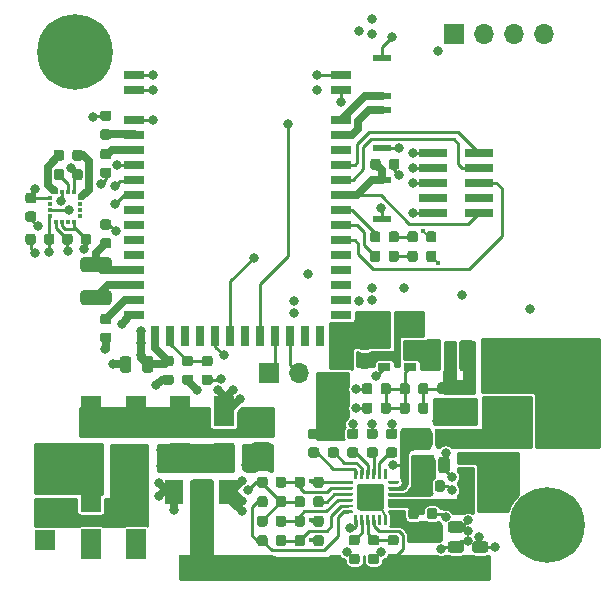
<source format=gbr>
%TF.GenerationSoftware,KiCad,Pcbnew,(5.1.6)-1*%
%TF.CreationDate,2021-05-23T02:10:16+08:00*%
%TF.ProjectId,HKIA_Tracker,484b4941-5f54-4726-9163-6b65722e6b69,rev?*%
%TF.SameCoordinates,Original*%
%TF.FileFunction,Copper,L1,Top*%
%TF.FilePolarity,Positive*%
%FSLAX46Y46*%
G04 Gerber Fmt 4.6, Leading zero omitted, Abs format (unit mm)*
G04 Created by KiCad (PCBNEW (5.1.6)-1) date 2021-05-23 02:10:16*
%MOMM*%
%LPD*%
G01*
G04 APERTURE LIST*
%TA.AperFunction,ComponentPad*%
%ADD10O,1.700000X1.700000*%
%TD*%
%TA.AperFunction,ComponentPad*%
%ADD11R,1.700000X1.700000*%
%TD*%
%TA.AperFunction,ComponentPad*%
%ADD12C,6.400000*%
%TD*%
%TA.AperFunction,SMDPad,CuDef*%
%ADD13R,1.500000X2.000000*%
%TD*%
%TA.AperFunction,SMDPad,CuDef*%
%ADD14R,3.800000X2.000000*%
%TD*%
%TA.AperFunction,SMDPad,CuDef*%
%ADD15R,0.300000X0.450000*%
%TD*%
%TA.AperFunction,SMDPad,CuDef*%
%ADD16R,0.450000X0.300000*%
%TD*%
%TA.AperFunction,SMDPad,CuDef*%
%ADD17R,1.060000X0.650000*%
%TD*%
%TA.AperFunction,SMDPad,CuDef*%
%ADD18R,1.800000X0.700000*%
%TD*%
%TA.AperFunction,SMDPad,CuDef*%
%ADD19R,0.700000X1.800000*%
%TD*%
%TA.AperFunction,SMDPad,CuDef*%
%ADD20R,1.500000X0.550000*%
%TD*%
%TA.AperFunction,SMDPad,CuDef*%
%ADD21C,0.100000*%
%TD*%
%TA.AperFunction,SMDPad,CuDef*%
%ADD22R,2.400000X0.740000*%
%TD*%
%TA.AperFunction,SMDPad,CuDef*%
%ADD23R,1.800000X2.500000*%
%TD*%
%TA.AperFunction,ViaPad*%
%ADD24C,0.450000*%
%TD*%
%TA.AperFunction,ViaPad*%
%ADD25C,0.400000*%
%TD*%
%TA.AperFunction,ViaPad*%
%ADD26C,0.800000*%
%TD*%
%TA.AperFunction,Conductor*%
%ADD27C,0.635000*%
%TD*%
%TA.AperFunction,Conductor*%
%ADD28C,0.254000*%
%TD*%
%TA.AperFunction,Conductor*%
%ADD29C,0.190500*%
%TD*%
G04 APERTURE END LIST*
D10*
%TO.P,J5,4*%
%TO.N,/ESP_TX*%
X144741900Y-78473300D03*
%TO.P,J5,3*%
%TO.N,GND*%
X142201900Y-78473300D03*
%TO.P,J5,2*%
%TO.N,/ESP_RX*%
X139661900Y-78473300D03*
D11*
%TO.P,J5,1*%
%TO.N,+3.3VP*%
X137121900Y-78473300D03*
%TD*%
D10*
%TO.P,J3,2*%
%TO.N,Net-(J3-Pad2)*%
X123952000Y-107188000D03*
D11*
%TO.P,J3,1*%
%TO.N,Net-(J3-Pad1)*%
X121412000Y-107188000D03*
%TD*%
D12*
%TO.P,H2,1*%
%TO.N,N/C*%
X105000000Y-80000000D03*
%TD*%
%TO.P,H1,1*%
%TO.N,N/C*%
X145000000Y-120000000D03*
%TD*%
D10*
%TO.P,J1,3*%
%TO.N,Net-(D1-Pad2)*%
X102514400Y-116255800D03*
%TO.P,J1,2*%
%TO.N,Net-(D3-Pad2)*%
X102514400Y-118795800D03*
D11*
%TO.P,J1,1*%
%TO.N,Net-(D5-Pad2)*%
X102514400Y-121335800D03*
%TD*%
D13*
%TO.P,D7,1*%
%TO.N,GND*%
X117997000Y-117246000D03*
%TO.P,D7,3*%
X113397000Y-117246000D03*
%TO.P,D7,2*%
%TO.N,Net-(C7-Pad1)*%
X115697000Y-117246000D03*
D14*
%TO.P,D7,4*%
X115697000Y-123546000D03*
%TD*%
D15*
%TO.P,U5,10*%
%TO.N,Net-(C21-Pad1)*%
X104439500Y-91828500D03*
%TO.P,U5,11*%
%TO.N,GND*%
X103939500Y-91828500D03*
%TO.P,U5,12*%
%TO.N,Net-(C16-Pad2)*%
X103439500Y-91828500D03*
%TO.P,U5,9*%
%TO.N,GND*%
X104939500Y-91828500D03*
D16*
%TO.P,U5,5*%
%TO.N,Net-(U5-Pad5)*%
X105464500Y-93853500D03*
%TO.P,U5,7*%
%TO.N,Net-(U5-Pad7)*%
X105464500Y-92853500D03*
%TO.P,U5,6*%
%TO.N,Net-(U5-Pad6)*%
X105464500Y-93353500D03*
%TO.P,U5,8*%
%TO.N,Net-(C16-Pad1)*%
X105464500Y-92353500D03*
D15*
%TO.P,U5,4*%
%TO.N,+3V3*%
X104939500Y-94378500D03*
%TO.P,U5,3*%
%TO.N,Net-(U5-Pad3)*%
X104439500Y-94378500D03*
%TO.P,U5,2*%
%TO.N,+3V3*%
X103939500Y-94378500D03*
%TO.P,U5,1*%
%TO.N,/SCL*%
X103439500Y-94378500D03*
D16*
%TO.P,U5,14*%
%TO.N,Net-(U5-Pad14)*%
X102914500Y-92853500D03*
%TO.P,U5,15*%
%TO.N,/DRDY*%
X102914500Y-93353500D03*
%TO.P,U5,16*%
%TO.N,/SDA*%
X102914500Y-93853500D03*
%TO.P,U5,13*%
%TO.N,+3V3*%
X102914500Y-92353500D03*
%TD*%
D17*
%TO.P,U4,5*%
%TO.N,Net-(L3-Pad1)*%
X133421300Y-104739400D03*
%TO.P,U4,4*%
%TO.N,Net-(C18-Pad2)*%
X133421300Y-106639400D03*
%TO.P,U4,3*%
%TO.N,/ESP_EN*%
X131221300Y-106639400D03*
%TO.P,U4,2*%
%TO.N,GND*%
X131221300Y-105689400D03*
%TO.P,U4,1*%
%TO.N,Net-(C14-Pad1)*%
X131221300Y-104739400D03*
%TD*%
%TO.P,U2,24*%
%TO.N,Net-(R13-Pad1)*%
%TA.AperFunction,SMDPad,CuDef*%
G36*
G01*
X128673000Y-116103000D02*
X128673000Y-115353000D01*
G75*
G02*
X128735500Y-115290500I62500J0D01*
G01*
X128860500Y-115290500D01*
G75*
G02*
X128923000Y-115353000I0J-62500D01*
G01*
X128923000Y-116103000D01*
G75*
G02*
X128860500Y-116165500I-62500J0D01*
G01*
X128735500Y-116165500D01*
G75*
G02*
X128673000Y-116103000I0J62500D01*
G01*
G37*
%TD.AperFunction*%
%TO.P,U2,23*%
%TO.N,Net-(R12-Pad1)*%
%TA.AperFunction,SMDPad,CuDef*%
G36*
G01*
X129173000Y-116103000D02*
X129173000Y-115353000D01*
G75*
G02*
X129235500Y-115290500I62500J0D01*
G01*
X129360500Y-115290500D01*
G75*
G02*
X129423000Y-115353000I0J-62500D01*
G01*
X129423000Y-116103000D01*
G75*
G02*
X129360500Y-116165500I-62500J0D01*
G01*
X129235500Y-116165500D01*
G75*
G02*
X129173000Y-116103000I0J62500D01*
G01*
G37*
%TD.AperFunction*%
%TO.P,U2,22*%
%TO.N,/DIS_SW*%
%TA.AperFunction,SMDPad,CuDef*%
G36*
G01*
X129673000Y-116103000D02*
X129673000Y-115353000D01*
G75*
G02*
X129735500Y-115290500I62500J0D01*
G01*
X129860500Y-115290500D01*
G75*
G02*
X129923000Y-115353000I0J-62500D01*
G01*
X129923000Y-116103000D01*
G75*
G02*
X129860500Y-116165500I-62500J0D01*
G01*
X129735500Y-116165500D01*
G75*
G02*
X129673000Y-116103000I0J62500D01*
G01*
G37*
%TD.AperFunction*%
%TO.P,U2,21*%
%TO.N,Net-(R29-Pad1)*%
%TA.AperFunction,SMDPad,CuDef*%
G36*
G01*
X130173000Y-116103000D02*
X130173000Y-115353000D01*
G75*
G02*
X130235500Y-115290500I62500J0D01*
G01*
X130360500Y-115290500D01*
G75*
G02*
X130423000Y-115353000I0J-62500D01*
G01*
X130423000Y-116103000D01*
G75*
G02*
X130360500Y-116165500I-62500J0D01*
G01*
X130235500Y-116165500D01*
G75*
G02*
X130173000Y-116103000I0J62500D01*
G01*
G37*
%TD.AperFunction*%
%TO.P,U2,20*%
%TO.N,Net-(R14-Pad1)*%
%TA.AperFunction,SMDPad,CuDef*%
G36*
G01*
X130673000Y-116103000D02*
X130673000Y-115353000D01*
G75*
G02*
X130735500Y-115290500I62500J0D01*
G01*
X130860500Y-115290500D01*
G75*
G02*
X130923000Y-115353000I0J-62500D01*
G01*
X130923000Y-116103000D01*
G75*
G02*
X130860500Y-116165500I-62500J0D01*
G01*
X130735500Y-116165500D01*
G75*
G02*
X130673000Y-116103000I0J62500D01*
G01*
G37*
%TD.AperFunction*%
%TO.P,U2,19*%
%TO.N,Net-(U2-Pad19)*%
%TA.AperFunction,SMDPad,CuDef*%
G36*
G01*
X131173000Y-116103000D02*
X131173000Y-115353000D01*
G75*
G02*
X131235500Y-115290500I62500J0D01*
G01*
X131360500Y-115290500D01*
G75*
G02*
X131423000Y-115353000I0J-62500D01*
G01*
X131423000Y-116103000D01*
G75*
G02*
X131360500Y-116165500I-62500J0D01*
G01*
X131235500Y-116165500D01*
G75*
G02*
X131173000Y-116103000I0J62500D01*
G01*
G37*
%TD.AperFunction*%
%TO.P,U2,18*%
%TO.N,Net-(U2-Pad18)*%
%TA.AperFunction,SMDPad,CuDef*%
G36*
G01*
X131548000Y-116478000D02*
X131548000Y-116353000D01*
G75*
G02*
X131610500Y-116290500I62500J0D01*
G01*
X132360500Y-116290500D01*
G75*
G02*
X132423000Y-116353000I0J-62500D01*
G01*
X132423000Y-116478000D01*
G75*
G02*
X132360500Y-116540500I-62500J0D01*
G01*
X131610500Y-116540500D01*
G75*
G02*
X131548000Y-116478000I0J62500D01*
G01*
G37*
%TD.AperFunction*%
%TO.P,U2,17*%
%TO.N,+BATT*%
%TA.AperFunction,SMDPad,CuDef*%
G36*
G01*
X131548000Y-116978000D02*
X131548000Y-116853000D01*
G75*
G02*
X131610500Y-116790500I62500J0D01*
G01*
X132360500Y-116790500D01*
G75*
G02*
X132423000Y-116853000I0J-62500D01*
G01*
X132423000Y-116978000D01*
G75*
G02*
X132360500Y-117040500I-62500J0D01*
G01*
X131610500Y-117040500D01*
G75*
G02*
X131548000Y-116978000I0J62500D01*
G01*
G37*
%TD.AperFunction*%
%TO.P,U2,16*%
%TO.N,VBUS*%
%TA.AperFunction,SMDPad,CuDef*%
G36*
G01*
X131548000Y-117478000D02*
X131548000Y-117353000D01*
G75*
G02*
X131610500Y-117290500I62500J0D01*
G01*
X132360500Y-117290500D01*
G75*
G02*
X132423000Y-117353000I0J-62500D01*
G01*
X132423000Y-117478000D01*
G75*
G02*
X132360500Y-117540500I-62500J0D01*
G01*
X131610500Y-117540500D01*
G75*
G02*
X131548000Y-117478000I0J62500D01*
G01*
G37*
%TD.AperFunction*%
%TO.P,U2,15*%
%TO.N,Net-(C11-Pad1)*%
%TA.AperFunction,SMDPad,CuDef*%
G36*
G01*
X131548000Y-117978000D02*
X131548000Y-117853000D01*
G75*
G02*
X131610500Y-117790500I62500J0D01*
G01*
X132360500Y-117790500D01*
G75*
G02*
X132423000Y-117853000I0J-62500D01*
G01*
X132423000Y-117978000D01*
G75*
G02*
X132360500Y-118040500I-62500J0D01*
G01*
X131610500Y-118040500D01*
G75*
G02*
X131548000Y-117978000I0J62500D01*
G01*
G37*
%TD.AperFunction*%
%TO.P,U2,14*%
%TA.AperFunction,SMDPad,CuDef*%
G36*
G01*
X131548000Y-118478000D02*
X131548000Y-118353000D01*
G75*
G02*
X131610500Y-118290500I62500J0D01*
G01*
X132360500Y-118290500D01*
G75*
G02*
X132423000Y-118353000I0J-62500D01*
G01*
X132423000Y-118478000D01*
G75*
G02*
X132360500Y-118540500I-62500J0D01*
G01*
X131610500Y-118540500D01*
G75*
G02*
X131548000Y-118478000I0J62500D01*
G01*
G37*
%TD.AperFunction*%
%TO.P,U2,13*%
%TO.N,Net-(L2-Pad2)*%
%TA.AperFunction,SMDPad,CuDef*%
G36*
G01*
X131548000Y-118978000D02*
X131548000Y-118853000D01*
G75*
G02*
X131610500Y-118790500I62500J0D01*
G01*
X132360500Y-118790500D01*
G75*
G02*
X132423000Y-118853000I0J-62500D01*
G01*
X132423000Y-118978000D01*
G75*
G02*
X132360500Y-119040500I-62500J0D01*
G01*
X131610500Y-119040500D01*
G75*
G02*
X131548000Y-118978000I0J62500D01*
G01*
G37*
%TD.AperFunction*%
%TO.P,U2,12*%
%TO.N,GND*%
%TA.AperFunction,SMDPad,CuDef*%
G36*
G01*
X131173000Y-119978000D02*
X131173000Y-119228000D01*
G75*
G02*
X131235500Y-119165500I62500J0D01*
G01*
X131360500Y-119165500D01*
G75*
G02*
X131423000Y-119228000I0J-62500D01*
G01*
X131423000Y-119978000D01*
G75*
G02*
X131360500Y-120040500I-62500J0D01*
G01*
X131235500Y-120040500D01*
G75*
G02*
X131173000Y-119978000I0J62500D01*
G01*
G37*
%TD.AperFunction*%
%TO.P,U2,11*%
%TO.N,Net-(U2-Pad11)*%
%TA.AperFunction,SMDPad,CuDef*%
G36*
G01*
X130673000Y-119978000D02*
X130673000Y-119228000D01*
G75*
G02*
X130735500Y-119165500I62500J0D01*
G01*
X130860500Y-119165500D01*
G75*
G02*
X130923000Y-119228000I0J-62500D01*
G01*
X130923000Y-119978000D01*
G75*
G02*
X130860500Y-120040500I-62500J0D01*
G01*
X130735500Y-120040500D01*
G75*
G02*
X130673000Y-119978000I0J62500D01*
G01*
G37*
%TD.AperFunction*%
%TO.P,U2,10*%
%TO.N,Net-(C7-Pad1)*%
%TA.AperFunction,SMDPad,CuDef*%
G36*
G01*
X130173000Y-119978000D02*
X130173000Y-119228000D01*
G75*
G02*
X130235500Y-119165500I62500J0D01*
G01*
X130360500Y-119165500D01*
G75*
G02*
X130423000Y-119228000I0J-62500D01*
G01*
X130423000Y-119978000D01*
G75*
G02*
X130360500Y-120040500I-62500J0D01*
G01*
X130235500Y-120040500D01*
G75*
G02*
X130173000Y-119978000I0J62500D01*
G01*
G37*
%TD.AperFunction*%
%TO.P,U2,9*%
%TO.N,Net-(R2-Pad2)*%
%TA.AperFunction,SMDPad,CuDef*%
G36*
G01*
X129673000Y-119978000D02*
X129673000Y-119228000D01*
G75*
G02*
X129735500Y-119165500I62500J0D01*
G01*
X129860500Y-119165500D01*
G75*
G02*
X129923000Y-119228000I0J-62500D01*
G01*
X129923000Y-119978000D01*
G75*
G02*
X129860500Y-120040500I-62500J0D01*
G01*
X129735500Y-120040500D01*
G75*
G02*
X129673000Y-119978000I0J62500D01*
G01*
G37*
%TD.AperFunction*%
%TO.P,U2,8*%
%TO.N,Net-(C9-Pad1)*%
%TA.AperFunction,SMDPad,CuDef*%
G36*
G01*
X129173000Y-119978000D02*
X129173000Y-119228000D01*
G75*
G02*
X129235500Y-119165500I62500J0D01*
G01*
X129360500Y-119165500D01*
G75*
G02*
X129423000Y-119228000I0J-62500D01*
G01*
X129423000Y-119978000D01*
G75*
G02*
X129360500Y-120040500I-62500J0D01*
G01*
X129235500Y-120040500D01*
G75*
G02*
X129173000Y-119978000I0J62500D01*
G01*
G37*
%TD.AperFunction*%
%TO.P,U2,7*%
%TO.N,GND*%
%TA.AperFunction,SMDPad,CuDef*%
G36*
G01*
X128673000Y-119978000D02*
X128673000Y-119228000D01*
G75*
G02*
X128735500Y-119165500I62500J0D01*
G01*
X128860500Y-119165500D01*
G75*
G02*
X128923000Y-119228000I0J-62500D01*
G01*
X128923000Y-119978000D01*
G75*
G02*
X128860500Y-120040500I-62500J0D01*
G01*
X128735500Y-120040500D01*
G75*
G02*
X128673000Y-119978000I0J62500D01*
G01*
G37*
%TD.AperFunction*%
%TO.P,U2,6*%
%TO.N,Net-(R11-Pad1)*%
%TA.AperFunction,SMDPad,CuDef*%
G36*
G01*
X127673000Y-118978000D02*
X127673000Y-118853000D01*
G75*
G02*
X127735500Y-118790500I62500J0D01*
G01*
X128485500Y-118790500D01*
G75*
G02*
X128548000Y-118853000I0J-62500D01*
G01*
X128548000Y-118978000D01*
G75*
G02*
X128485500Y-119040500I-62500J0D01*
G01*
X127735500Y-119040500D01*
G75*
G02*
X127673000Y-118978000I0J62500D01*
G01*
G37*
%TD.AperFunction*%
%TO.P,U2,5*%
%TO.N,Net-(R11-Pad2)*%
%TA.AperFunction,SMDPad,CuDef*%
G36*
G01*
X127673000Y-118478000D02*
X127673000Y-118353000D01*
G75*
G02*
X127735500Y-118290500I62500J0D01*
G01*
X128485500Y-118290500D01*
G75*
G02*
X128548000Y-118353000I0J-62500D01*
G01*
X128548000Y-118478000D01*
G75*
G02*
X128485500Y-118540500I-62500J0D01*
G01*
X127735500Y-118540500D01*
G75*
G02*
X127673000Y-118478000I0J62500D01*
G01*
G37*
%TD.AperFunction*%
%TO.P,U2,4*%
%TO.N,Net-(R10-Pad1)*%
%TA.AperFunction,SMDPad,CuDef*%
G36*
G01*
X127673000Y-117978000D02*
X127673000Y-117853000D01*
G75*
G02*
X127735500Y-117790500I62500J0D01*
G01*
X128485500Y-117790500D01*
G75*
G02*
X128548000Y-117853000I0J-62500D01*
G01*
X128548000Y-117978000D01*
G75*
G02*
X128485500Y-118040500I-62500J0D01*
G01*
X127735500Y-118040500D01*
G75*
G02*
X127673000Y-117978000I0J62500D01*
G01*
G37*
%TD.AperFunction*%
%TO.P,U2,3*%
%TO.N,Net-(R17-Pad2)*%
%TA.AperFunction,SMDPad,CuDef*%
G36*
G01*
X127673000Y-117478000D02*
X127673000Y-117353000D01*
G75*
G02*
X127735500Y-117290500I62500J0D01*
G01*
X128485500Y-117290500D01*
G75*
G02*
X128548000Y-117353000I0J-62500D01*
G01*
X128548000Y-117478000D01*
G75*
G02*
X128485500Y-117540500I-62500J0D01*
G01*
X127735500Y-117540500D01*
G75*
G02*
X127673000Y-117478000I0J62500D01*
G01*
G37*
%TD.AperFunction*%
%TO.P,U2,2*%
%TO.N,Net-(R16-Pad2)*%
%TA.AperFunction,SMDPad,CuDef*%
G36*
G01*
X127673000Y-116978000D02*
X127673000Y-116853000D01*
G75*
G02*
X127735500Y-116790500I62500J0D01*
G01*
X128485500Y-116790500D01*
G75*
G02*
X128548000Y-116853000I0J-62500D01*
G01*
X128548000Y-116978000D01*
G75*
G02*
X128485500Y-117040500I-62500J0D01*
G01*
X127735500Y-117040500D01*
G75*
G02*
X127673000Y-116978000I0J62500D01*
G01*
G37*
%TD.AperFunction*%
%TO.P,U2,1*%
%TO.N,Net-(R10-Pad2)*%
%TA.AperFunction,SMDPad,CuDef*%
G36*
G01*
X127673000Y-116478000D02*
X127673000Y-116353000D01*
G75*
G02*
X127735500Y-116290500I62500J0D01*
G01*
X128485500Y-116290500D01*
G75*
G02*
X128548000Y-116353000I0J-62500D01*
G01*
X128548000Y-116478000D01*
G75*
G02*
X128485500Y-116540500I-62500J0D01*
G01*
X127735500Y-116540500D01*
G75*
G02*
X127673000Y-116478000I0J62500D01*
G01*
G37*
%TD.AperFunction*%
%TO.P,U2,25*%
%TO.N,GND*%
%TA.AperFunction,SMDPad,CuDef*%
G36*
G01*
X128898000Y-118565500D02*
X128898000Y-116765500D01*
G75*
G02*
X129148000Y-116515500I250000J0D01*
G01*
X130948000Y-116515500D01*
G75*
G02*
X131198000Y-116765500I0J-250000D01*
G01*
X131198000Y-118565500D01*
G75*
G02*
X130948000Y-118815500I-250000J0D01*
G01*
X129148000Y-118815500D01*
G75*
G02*
X128898000Y-118565500I0J250000D01*
G01*
G37*
%TD.AperFunction*%
%TD*%
D18*
%TO.P,U1,43*%
%TO.N,GND*%
X127545800Y-81942000D03*
%TO.P,U1,42*%
X127545800Y-83212000D03*
%TO.P,U1,41*%
%TO.N,Net-(SW2-Pad1)*%
X127545800Y-85752000D03*
%TO.P,U1,40*%
%TO.N,Net-(SW3-Pad1)*%
X127545800Y-87022000D03*
%TO.P,U1,39*%
%TO.N,Net-(U1-Pad39)*%
X127545800Y-88292000D03*
%TO.P,U1,38*%
%TO.N,/SWDIO*%
X127545800Y-89562000D03*
%TO.P,U1,37*%
%TO.N,/SWCLK*%
X127545800Y-90832000D03*
%TO.P,U1,36*%
%TO.N,/nRST*%
X127545800Y-92102000D03*
%TO.P,U1,35*%
%TO.N,Net-(R8-Pad2)*%
X127545800Y-93372000D03*
%TO.P,U1,34*%
%TO.N,Net-(R7-Pad2)*%
X127545800Y-94642000D03*
%TO.P,U1,33*%
%TO.N,/SWO*%
X127545800Y-95912000D03*
%TO.P,U1,32*%
%TO.N,Net-(U1-Pad32)*%
X127545800Y-97182000D03*
%TO.P,U1,31*%
%TO.N,Net-(U1-Pad31)*%
X127545800Y-98452000D03*
%TO.P,U1,30*%
%TO.N,Net-(U1-Pad30)*%
X127545800Y-99722000D03*
%TO.P,U1,29*%
%TO.N,Net-(U1-Pad29)*%
X127545800Y-100992000D03*
%TO.P,U1,28*%
%TO.N,Net-(U1-Pad28)*%
X127545800Y-102262000D03*
D19*
%TO.P,U1,27*%
%TO.N,Net-(U1-Pad27)*%
X125780800Y-104012000D03*
%TO.P,U1,26*%
%TO.N,Net-(U1-Pad26)*%
X124510800Y-104012000D03*
%TO.P,U1,25*%
%TO.N,Net-(J3-Pad2)*%
X123240800Y-104012000D03*
%TO.P,U1,24*%
%TO.N,Net-(J3-Pad1)*%
X121970800Y-104012000D03*
%TO.P,U1,23*%
%TO.N,/NRF_RX*%
X120700800Y-104012000D03*
%TO.P,U1,22*%
%TO.N,Net-(U1-Pad22)*%
X119430800Y-104012000D03*
%TO.P,U1,21*%
%TO.N,/NRF_TX*%
X118160800Y-104012000D03*
%TO.P,U1,20*%
%TO.N,/ESP_EN*%
X116890800Y-104012000D03*
%TO.P,U1,19*%
%TO.N,Net-(U1-Pad19)*%
X115620800Y-104012000D03*
%TO.P,U1,18*%
%TO.N,Net-(U1-Pad18)*%
X114350800Y-104012000D03*
%TO.P,U1,17*%
%TO.N,Net-(R5-Pad1)*%
X113080800Y-104012000D03*
%TO.P,U1,16*%
%TO.N,+3V3*%
X111810800Y-104012000D03*
D18*
%TO.P,U1,15*%
%TO.N,GND*%
X110045800Y-102262000D03*
%TO.P,U1,14*%
%TO.N,Net-(C5-Pad1)*%
X110045800Y-100992000D03*
%TO.P,U1,13*%
%TO.N,Net-(L1-Pad2)*%
X110045800Y-99722000D03*
%TO.P,U1,12*%
%TO.N,Net-(C1-Pad2)*%
X110045800Y-98452000D03*
%TO.P,U1,11*%
%TO.N,Net-(U1-Pad11)*%
X110045800Y-97182000D03*
%TO.P,U1,10*%
%TO.N,Net-(U1-Pad10)*%
X110045800Y-95912000D03*
%TO.P,U1,9*%
%TO.N,Net-(U1-Pad9)*%
X110045800Y-94642000D03*
%TO.P,U1,8*%
%TO.N,Net-(U1-Pad8)*%
X110045800Y-93372000D03*
%TO.P,U1,7*%
%TO.N,/SCL*%
X110045800Y-92102000D03*
%TO.P,U1,6*%
%TO.N,/SDA*%
X110045800Y-90832000D03*
%TO.P,U1,5*%
%TO.N,/DRDY*%
X110045800Y-89562000D03*
%TO.P,U1,4*%
%TO.N,Net-(C2-Pad1)*%
X110045800Y-88292000D03*
%TO.P,U1,3*%
%TO.N,Net-(C4-Pad1)*%
X110045800Y-87022000D03*
%TO.P,U1,2*%
%TO.N,GND*%
X110045800Y-85752000D03*
%TO.P,U1,1*%
X110045800Y-83212000D03*
%TO.P,U1,0*%
X110045800Y-81942000D03*
%TD*%
D20*
%TO.P,SW3,2*%
%TO.N,GND*%
X130987800Y-88112000D03*
%TO.P,SW3,1*%
%TO.N,Net-(SW3-Pad1)*%
X130987800Y-84862000D03*
%TD*%
%TO.P,SW2,2*%
%TO.N,GND*%
X130987800Y-80480500D03*
%TO.P,SW2,1*%
%TO.N,Net-(SW2-Pad1)*%
X130987800Y-83730500D03*
%TD*%
%TO.P,SW1,2*%
%TO.N,GND*%
X130987800Y-94081000D03*
%TO.P,SW1,1*%
%TO.N,/nRST*%
X130987800Y-90831000D03*
%TD*%
%TO.P,R29,2*%
%TO.N,GND*%
%TA.AperFunction,SMDPad,CuDef*%
G36*
G01*
X130431250Y-112743500D02*
X129918750Y-112743500D01*
G75*
G02*
X129700000Y-112524750I0J218750D01*
G01*
X129700000Y-112087250D01*
G75*
G02*
X129918750Y-111868500I218750J0D01*
G01*
X130431250Y-111868500D01*
G75*
G02*
X130650000Y-112087250I0J-218750D01*
G01*
X130650000Y-112524750D01*
G75*
G02*
X130431250Y-112743500I-218750J0D01*
G01*
G37*
%TD.AperFunction*%
%TO.P,R29,1*%
%TO.N,Net-(R29-Pad1)*%
%TA.AperFunction,SMDPad,CuDef*%
G36*
G01*
X130431250Y-114318500D02*
X129918750Y-114318500D01*
G75*
G02*
X129700000Y-114099750I0J218750D01*
G01*
X129700000Y-113662250D01*
G75*
G02*
X129918750Y-113443500I218750J0D01*
G01*
X130431250Y-113443500D01*
G75*
G02*
X130650000Y-113662250I0J-218750D01*
G01*
X130650000Y-114099750D01*
G75*
G02*
X130431250Y-114318500I-218750J0D01*
G01*
G37*
%TD.AperFunction*%
%TD*%
%TO.P,R28,2*%
%TO.N,GND*%
%TA.AperFunction,SMDPad,CuDef*%
G36*
G01*
X130193300Y-108227150D02*
X130193300Y-108739650D01*
G75*
G02*
X129974550Y-108958400I-218750J0D01*
G01*
X129537050Y-108958400D01*
G75*
G02*
X129318300Y-108739650I0J218750D01*
G01*
X129318300Y-108227150D01*
G75*
G02*
X129537050Y-108008400I218750J0D01*
G01*
X129974550Y-108008400D01*
G75*
G02*
X130193300Y-108227150I0J-218750D01*
G01*
G37*
%TD.AperFunction*%
%TO.P,R28,1*%
%TO.N,Net-(C18-Pad2)*%
%TA.AperFunction,SMDPad,CuDef*%
G36*
G01*
X131768300Y-108227150D02*
X131768300Y-108739650D01*
G75*
G02*
X131549550Y-108958400I-218750J0D01*
G01*
X131112050Y-108958400D01*
G75*
G02*
X130893300Y-108739650I0J218750D01*
G01*
X130893300Y-108227150D01*
G75*
G02*
X131112050Y-108008400I218750J0D01*
G01*
X131549550Y-108008400D01*
G75*
G02*
X131768300Y-108227150I0J-218750D01*
G01*
G37*
%TD.AperFunction*%
%TD*%
%TO.P,R27,2*%
%TO.N,Net-(C18-Pad2)*%
%TA.AperFunction,SMDPad,CuDef*%
G36*
G01*
X133368300Y-108227150D02*
X133368300Y-108739650D01*
G75*
G02*
X133149550Y-108958400I-218750J0D01*
G01*
X132712050Y-108958400D01*
G75*
G02*
X132493300Y-108739650I0J218750D01*
G01*
X132493300Y-108227150D01*
G75*
G02*
X132712050Y-108008400I218750J0D01*
G01*
X133149550Y-108008400D01*
G75*
G02*
X133368300Y-108227150I0J-218750D01*
G01*
G37*
%TD.AperFunction*%
%TO.P,R27,1*%
%TO.N,+3.3VP*%
%TA.AperFunction,SMDPad,CuDef*%
G36*
G01*
X134943300Y-108227150D02*
X134943300Y-108739650D01*
G75*
G02*
X134724550Y-108958400I-218750J0D01*
G01*
X134287050Y-108958400D01*
G75*
G02*
X134068300Y-108739650I0J218750D01*
G01*
X134068300Y-108227150D01*
G75*
G02*
X134287050Y-108008400I218750J0D01*
G01*
X134724550Y-108008400D01*
G75*
G02*
X134943300Y-108227150I0J-218750D01*
G01*
G37*
%TD.AperFunction*%
%TD*%
%TO.P,R26,2*%
%TO.N,/SCL*%
%TA.AperFunction,SMDPad,CuDef*%
G36*
G01*
X104806000Y-95565250D02*
X104806000Y-96077750D01*
G75*
G02*
X104587250Y-96296500I-218750J0D01*
G01*
X104149750Y-96296500D01*
G75*
G02*
X103931000Y-96077750I0J218750D01*
G01*
X103931000Y-95565250D01*
G75*
G02*
X104149750Y-95346500I218750J0D01*
G01*
X104587250Y-95346500D01*
G75*
G02*
X104806000Y-95565250I0J-218750D01*
G01*
G37*
%TD.AperFunction*%
%TO.P,R26,1*%
%TO.N,+3V3*%
%TA.AperFunction,SMDPad,CuDef*%
G36*
G01*
X106381000Y-95565250D02*
X106381000Y-96077750D01*
G75*
G02*
X106162250Y-96296500I-218750J0D01*
G01*
X105724750Y-96296500D01*
G75*
G02*
X105506000Y-96077750I0J218750D01*
G01*
X105506000Y-95565250D01*
G75*
G02*
X105724750Y-95346500I218750J0D01*
G01*
X106162250Y-95346500D01*
G75*
G02*
X106381000Y-95565250I0J-218750D01*
G01*
G37*
%TD.AperFunction*%
%TD*%
%TO.P,R25,2*%
%TO.N,/SDA*%
%TA.AperFunction,SMDPad,CuDef*%
G36*
G01*
X102394500Y-96077750D02*
X102394500Y-95565250D01*
G75*
G02*
X102613250Y-95346500I218750J0D01*
G01*
X103050750Y-95346500D01*
G75*
G02*
X103269500Y-95565250I0J-218750D01*
G01*
X103269500Y-96077750D01*
G75*
G02*
X103050750Y-96296500I-218750J0D01*
G01*
X102613250Y-96296500D01*
G75*
G02*
X102394500Y-96077750I0J218750D01*
G01*
G37*
%TD.AperFunction*%
%TO.P,R25,1*%
%TO.N,+3V3*%
%TA.AperFunction,SMDPad,CuDef*%
G36*
G01*
X100819500Y-96077750D02*
X100819500Y-95565250D01*
G75*
G02*
X101038250Y-95346500I218750J0D01*
G01*
X101475750Y-95346500D01*
G75*
G02*
X101694500Y-95565250I0J-218750D01*
G01*
X101694500Y-96077750D01*
G75*
G02*
X101475750Y-96296500I-218750J0D01*
G01*
X101038250Y-96296500D01*
G75*
G02*
X100819500Y-96077750I0J218750D01*
G01*
G37*
%TD.AperFunction*%
%TD*%
%TO.P,R19,2*%
%TO.N,Net-(R11-Pad1)*%
%TA.AperFunction,SMDPad,CuDef*%
G36*
G01*
X121316000Y-117790250D02*
X121316000Y-118302750D01*
G75*
G02*
X121097250Y-118521500I-218750J0D01*
G01*
X120659750Y-118521500D01*
G75*
G02*
X120441000Y-118302750I0J218750D01*
G01*
X120441000Y-117790250D01*
G75*
G02*
X120659750Y-117571500I218750J0D01*
G01*
X121097250Y-117571500D01*
G75*
G02*
X121316000Y-117790250I0J-218750D01*
G01*
G37*
%TD.AperFunction*%
%TO.P,R19,1*%
%TO.N,GND*%
%TA.AperFunction,SMDPad,CuDef*%
G36*
G01*
X122891000Y-117790250D02*
X122891000Y-118302750D01*
G75*
G02*
X122672250Y-118521500I-218750J0D01*
G01*
X122234750Y-118521500D01*
G75*
G02*
X122016000Y-118302750I0J218750D01*
G01*
X122016000Y-117790250D01*
G75*
G02*
X122234750Y-117571500I218750J0D01*
G01*
X122672250Y-117571500D01*
G75*
G02*
X122891000Y-117790250I0J-218750D01*
G01*
G37*
%TD.AperFunction*%
%TD*%
%TO.P,R18,2*%
%TO.N,Net-(R10-Pad1)*%
%TA.AperFunction,SMDPad,CuDef*%
G36*
G01*
X122016000Y-119953750D02*
X122016000Y-119441250D01*
G75*
G02*
X122234750Y-119222500I218750J0D01*
G01*
X122672250Y-119222500D01*
G75*
G02*
X122891000Y-119441250I0J-218750D01*
G01*
X122891000Y-119953750D01*
G75*
G02*
X122672250Y-120172500I-218750J0D01*
G01*
X122234750Y-120172500D01*
G75*
G02*
X122016000Y-119953750I0J218750D01*
G01*
G37*
%TD.AperFunction*%
%TO.P,R18,1*%
%TO.N,GND*%
%TA.AperFunction,SMDPad,CuDef*%
G36*
G01*
X120441000Y-119953750D02*
X120441000Y-119441250D01*
G75*
G02*
X120659750Y-119222500I218750J0D01*
G01*
X121097250Y-119222500D01*
G75*
G02*
X121316000Y-119441250I0J-218750D01*
G01*
X121316000Y-119953750D01*
G75*
G02*
X121097250Y-120172500I-218750J0D01*
G01*
X120659750Y-120172500D01*
G75*
G02*
X120441000Y-119953750I0J218750D01*
G01*
G37*
%TD.AperFunction*%
%TD*%
%TO.P,R17,2*%
%TO.N,Net-(R17-Pad2)*%
%TA.AperFunction,SMDPad,CuDef*%
G36*
G01*
X125191000Y-118315450D02*
X125191000Y-117802950D01*
G75*
G02*
X125409750Y-117584200I218750J0D01*
G01*
X125847250Y-117584200D01*
G75*
G02*
X126066000Y-117802950I0J-218750D01*
G01*
X126066000Y-118315450D01*
G75*
G02*
X125847250Y-118534200I-218750J0D01*
G01*
X125409750Y-118534200D01*
G75*
G02*
X125191000Y-118315450I0J218750D01*
G01*
G37*
%TD.AperFunction*%
%TO.P,R17,1*%
%TO.N,GND*%
%TA.AperFunction,SMDPad,CuDef*%
G36*
G01*
X123616000Y-118315450D02*
X123616000Y-117802950D01*
G75*
G02*
X123834750Y-117584200I218750J0D01*
G01*
X124272250Y-117584200D01*
G75*
G02*
X124491000Y-117802950I0J-218750D01*
G01*
X124491000Y-118315450D01*
G75*
G02*
X124272250Y-118534200I-218750J0D01*
G01*
X123834750Y-118534200D01*
G75*
G02*
X123616000Y-118315450I0J218750D01*
G01*
G37*
%TD.AperFunction*%
%TD*%
%TO.P,R16,2*%
%TO.N,Net-(R16-Pad2)*%
%TA.AperFunction,SMDPad,CuDef*%
G36*
G01*
X122016000Y-116651750D02*
X122016000Y-116139250D01*
G75*
G02*
X122234750Y-115920500I218750J0D01*
G01*
X122672250Y-115920500D01*
G75*
G02*
X122891000Y-116139250I0J-218750D01*
G01*
X122891000Y-116651750D01*
G75*
G02*
X122672250Y-116870500I-218750J0D01*
G01*
X122234750Y-116870500D01*
G75*
G02*
X122016000Y-116651750I0J218750D01*
G01*
G37*
%TD.AperFunction*%
%TO.P,R16,1*%
%TO.N,GND*%
%TA.AperFunction,SMDPad,CuDef*%
G36*
G01*
X120441000Y-116651750D02*
X120441000Y-116139250D01*
G75*
G02*
X120659750Y-115920500I218750J0D01*
G01*
X121097250Y-115920500D01*
G75*
G02*
X121316000Y-116139250I0J-218750D01*
G01*
X121316000Y-116651750D01*
G75*
G02*
X121097250Y-116870500I-218750J0D01*
G01*
X120659750Y-116870500D01*
G75*
G02*
X120441000Y-116651750I0J218750D01*
G01*
G37*
%TD.AperFunction*%
%TD*%
%TO.P,R15,2*%
%TO.N,GND*%
%TA.AperFunction,SMDPad,CuDef*%
G36*
G01*
X128780250Y-112743500D02*
X128267750Y-112743500D01*
G75*
G02*
X128049000Y-112524750I0J218750D01*
G01*
X128049000Y-112087250D01*
G75*
G02*
X128267750Y-111868500I218750J0D01*
G01*
X128780250Y-111868500D01*
G75*
G02*
X128999000Y-112087250I0J-218750D01*
G01*
X128999000Y-112524750D01*
G75*
G02*
X128780250Y-112743500I-218750J0D01*
G01*
G37*
%TD.AperFunction*%
%TO.P,R15,1*%
%TO.N,/DIS_SW*%
%TA.AperFunction,SMDPad,CuDef*%
G36*
G01*
X128780250Y-114318500D02*
X128267750Y-114318500D01*
G75*
G02*
X128049000Y-114099750I0J218750D01*
G01*
X128049000Y-113662250D01*
G75*
G02*
X128267750Y-113443500I218750J0D01*
G01*
X128780250Y-113443500D01*
G75*
G02*
X128999000Y-113662250I0J-218750D01*
G01*
X128999000Y-114099750D01*
G75*
G02*
X128780250Y-114318500I-218750J0D01*
G01*
G37*
%TD.AperFunction*%
%TD*%
%TO.P,R14,2*%
%TO.N,GND*%
%TA.AperFunction,SMDPad,CuDef*%
G36*
G01*
X132082250Y-112743500D02*
X131569750Y-112743500D01*
G75*
G02*
X131351000Y-112524750I0J218750D01*
G01*
X131351000Y-112087250D01*
G75*
G02*
X131569750Y-111868500I218750J0D01*
G01*
X132082250Y-111868500D01*
G75*
G02*
X132301000Y-112087250I0J-218750D01*
G01*
X132301000Y-112524750D01*
G75*
G02*
X132082250Y-112743500I-218750J0D01*
G01*
G37*
%TD.AperFunction*%
%TO.P,R14,1*%
%TO.N,Net-(R14-Pad1)*%
%TA.AperFunction,SMDPad,CuDef*%
G36*
G01*
X132082250Y-114318500D02*
X131569750Y-114318500D01*
G75*
G02*
X131351000Y-114099750I0J218750D01*
G01*
X131351000Y-113662250D01*
G75*
G02*
X131569750Y-113443500I218750J0D01*
G01*
X132082250Y-113443500D01*
G75*
G02*
X132301000Y-113662250I0J-218750D01*
G01*
X132301000Y-114099750D01*
G75*
G02*
X132082250Y-114318500I-218750J0D01*
G01*
G37*
%TD.AperFunction*%
%TD*%
%TO.P,R13,2*%
%TO.N,VBUS*%
%TA.AperFunction,SMDPad,CuDef*%
G36*
G01*
X125478250Y-112743500D02*
X124965750Y-112743500D01*
G75*
G02*
X124747000Y-112524750I0J218750D01*
G01*
X124747000Y-112087250D01*
G75*
G02*
X124965750Y-111868500I218750J0D01*
G01*
X125478250Y-111868500D01*
G75*
G02*
X125697000Y-112087250I0J-218750D01*
G01*
X125697000Y-112524750D01*
G75*
G02*
X125478250Y-112743500I-218750J0D01*
G01*
G37*
%TD.AperFunction*%
%TO.P,R13,1*%
%TO.N,Net-(R13-Pad1)*%
%TA.AperFunction,SMDPad,CuDef*%
G36*
G01*
X125478250Y-114318500D02*
X124965750Y-114318500D01*
G75*
G02*
X124747000Y-114099750I0J218750D01*
G01*
X124747000Y-113662250D01*
G75*
G02*
X124965750Y-113443500I218750J0D01*
G01*
X125478250Y-113443500D01*
G75*
G02*
X125697000Y-113662250I0J-218750D01*
G01*
X125697000Y-114099750D01*
G75*
G02*
X125478250Y-114318500I-218750J0D01*
G01*
G37*
%TD.AperFunction*%
%TD*%
%TO.P,R12,2*%
%TO.N,VBUS*%
%TA.AperFunction,SMDPad,CuDef*%
G36*
G01*
X127129250Y-112743500D02*
X126616750Y-112743500D01*
G75*
G02*
X126398000Y-112524750I0J218750D01*
G01*
X126398000Y-112087250D01*
G75*
G02*
X126616750Y-111868500I218750J0D01*
G01*
X127129250Y-111868500D01*
G75*
G02*
X127348000Y-112087250I0J-218750D01*
G01*
X127348000Y-112524750D01*
G75*
G02*
X127129250Y-112743500I-218750J0D01*
G01*
G37*
%TD.AperFunction*%
%TO.P,R12,1*%
%TO.N,Net-(R12-Pad1)*%
%TA.AperFunction,SMDPad,CuDef*%
G36*
G01*
X127129250Y-114318500D02*
X126616750Y-114318500D01*
G75*
G02*
X126398000Y-114099750I0J218750D01*
G01*
X126398000Y-113662250D01*
G75*
G02*
X126616750Y-113443500I218750J0D01*
G01*
X127129250Y-113443500D01*
G75*
G02*
X127348000Y-113662250I0J-218750D01*
G01*
X127348000Y-114099750D01*
G75*
G02*
X127129250Y-114318500I-218750J0D01*
G01*
G37*
%TD.AperFunction*%
%TD*%
%TO.P,R11,2*%
%TO.N,Net-(R11-Pad2)*%
%TA.AperFunction,SMDPad,CuDef*%
G36*
G01*
X122016000Y-121604750D02*
X122016000Y-121092250D01*
G75*
G02*
X122234750Y-120873500I218750J0D01*
G01*
X122672250Y-120873500D01*
G75*
G02*
X122891000Y-121092250I0J-218750D01*
G01*
X122891000Y-121604750D01*
G75*
G02*
X122672250Y-121823500I-218750J0D01*
G01*
X122234750Y-121823500D01*
G75*
G02*
X122016000Y-121604750I0J218750D01*
G01*
G37*
%TD.AperFunction*%
%TO.P,R11,1*%
%TO.N,Net-(R11-Pad1)*%
%TA.AperFunction,SMDPad,CuDef*%
G36*
G01*
X120441000Y-121604750D02*
X120441000Y-121092250D01*
G75*
G02*
X120659750Y-120873500I218750J0D01*
G01*
X121097250Y-120873500D01*
G75*
G02*
X121316000Y-121092250I0J-218750D01*
G01*
X121316000Y-121604750D01*
G75*
G02*
X121097250Y-121823500I-218750J0D01*
G01*
X120659750Y-121823500D01*
G75*
G02*
X120441000Y-121604750I0J218750D01*
G01*
G37*
%TD.AperFunction*%
%TD*%
%TO.P,R10,2*%
%TO.N,Net-(R10-Pad2)*%
%TA.AperFunction,SMDPad,CuDef*%
G36*
G01*
X125191000Y-119953750D02*
X125191000Y-119441250D01*
G75*
G02*
X125409750Y-119222500I218750J0D01*
G01*
X125847250Y-119222500D01*
G75*
G02*
X126066000Y-119441250I0J-218750D01*
G01*
X126066000Y-119953750D01*
G75*
G02*
X125847250Y-120172500I-218750J0D01*
G01*
X125409750Y-120172500D01*
G75*
G02*
X125191000Y-119953750I0J218750D01*
G01*
G37*
%TD.AperFunction*%
%TO.P,R10,1*%
%TO.N,Net-(R10-Pad1)*%
%TA.AperFunction,SMDPad,CuDef*%
G36*
G01*
X123616000Y-119953750D02*
X123616000Y-119441250D01*
G75*
G02*
X123834750Y-119222500I218750J0D01*
G01*
X124272250Y-119222500D01*
G75*
G02*
X124491000Y-119441250I0J-218750D01*
G01*
X124491000Y-119953750D01*
G75*
G02*
X124272250Y-120172500I-218750J0D01*
G01*
X123834750Y-120172500D01*
G75*
G02*
X123616000Y-119953750I0J218750D01*
G01*
G37*
%TD.AperFunction*%
%TD*%
%TO.P,R9,2*%
%TO.N,Net-(R10-Pad2)*%
%TA.AperFunction,SMDPad,CuDef*%
G36*
G01*
X125191000Y-116651750D02*
X125191000Y-116139250D01*
G75*
G02*
X125409750Y-115920500I218750J0D01*
G01*
X125847250Y-115920500D01*
G75*
G02*
X126066000Y-116139250I0J-218750D01*
G01*
X126066000Y-116651750D01*
G75*
G02*
X125847250Y-116870500I-218750J0D01*
G01*
X125409750Y-116870500D01*
G75*
G02*
X125191000Y-116651750I0J218750D01*
G01*
G37*
%TD.AperFunction*%
%TO.P,R9,1*%
%TO.N,Net-(R16-Pad2)*%
%TA.AperFunction,SMDPad,CuDef*%
G36*
G01*
X123616000Y-116651750D02*
X123616000Y-116139250D01*
G75*
G02*
X123834750Y-115920500I218750J0D01*
G01*
X124272250Y-115920500D01*
G75*
G02*
X124491000Y-116139250I0J-218750D01*
G01*
X124491000Y-116651750D01*
G75*
G02*
X124272250Y-116870500I-218750J0D01*
G01*
X123834750Y-116870500D01*
G75*
G02*
X123616000Y-116651750I0J218750D01*
G01*
G37*
%TD.AperFunction*%
%TD*%
%TO.P,R8,2*%
%TO.N,Net-(R8-Pad2)*%
%TA.AperFunction,SMDPad,CuDef*%
G36*
G01*
X130866400Y-95374750D02*
X130866400Y-95887250D01*
G75*
G02*
X130647650Y-96106000I-218750J0D01*
G01*
X130210150Y-96106000D01*
G75*
G02*
X129991400Y-95887250I0J218750D01*
G01*
X129991400Y-95374750D01*
G75*
G02*
X130210150Y-95156000I218750J0D01*
G01*
X130647650Y-95156000D01*
G75*
G02*
X130866400Y-95374750I0J-218750D01*
G01*
G37*
%TD.AperFunction*%
%TO.P,R8,1*%
%TO.N,Net-(D9-Pad1)*%
%TA.AperFunction,SMDPad,CuDef*%
G36*
G01*
X132441400Y-95374750D02*
X132441400Y-95887250D01*
G75*
G02*
X132222650Y-96106000I-218750J0D01*
G01*
X131785150Y-96106000D01*
G75*
G02*
X131566400Y-95887250I0J218750D01*
G01*
X131566400Y-95374750D01*
G75*
G02*
X131785150Y-95156000I218750J0D01*
G01*
X132222650Y-95156000D01*
G75*
G02*
X132441400Y-95374750I0J-218750D01*
G01*
G37*
%TD.AperFunction*%
%TD*%
%TO.P,R7,2*%
%TO.N,Net-(R7-Pad2)*%
%TA.AperFunction,SMDPad,CuDef*%
G36*
G01*
X130866400Y-97025750D02*
X130866400Y-97538250D01*
G75*
G02*
X130647650Y-97757000I-218750J0D01*
G01*
X130210150Y-97757000D01*
G75*
G02*
X129991400Y-97538250I0J218750D01*
G01*
X129991400Y-97025750D01*
G75*
G02*
X130210150Y-96807000I218750J0D01*
G01*
X130647650Y-96807000D01*
G75*
G02*
X130866400Y-97025750I0J-218750D01*
G01*
G37*
%TD.AperFunction*%
%TO.P,R7,1*%
%TO.N,Net-(D8-Pad1)*%
%TA.AperFunction,SMDPad,CuDef*%
G36*
G01*
X132441400Y-97025750D02*
X132441400Y-97538250D01*
G75*
G02*
X132222650Y-97757000I-218750J0D01*
G01*
X131785150Y-97757000D01*
G75*
G02*
X131566400Y-97538250I0J218750D01*
G01*
X131566400Y-97025750D01*
G75*
G02*
X131785150Y-96807000I218750J0D01*
G01*
X132222650Y-96807000D01*
G75*
G02*
X132441400Y-97025750I0J-218750D01*
G01*
G37*
%TD.AperFunction*%
%TD*%
%TO.P,R6,2*%
%TO.N,GND*%
%TA.AperFunction,SMDPad,CuDef*%
G36*
G01*
X114297750Y-107284000D02*
X114810250Y-107284000D01*
G75*
G02*
X115029000Y-107502750I0J-218750D01*
G01*
X115029000Y-107940250D01*
G75*
G02*
X114810250Y-108159000I-218750J0D01*
G01*
X114297750Y-108159000D01*
G75*
G02*
X114079000Y-107940250I0J218750D01*
G01*
X114079000Y-107502750D01*
G75*
G02*
X114297750Y-107284000I218750J0D01*
G01*
G37*
%TD.AperFunction*%
%TO.P,R6,1*%
%TO.N,Net-(R5-Pad1)*%
%TA.AperFunction,SMDPad,CuDef*%
G36*
G01*
X114297750Y-105709000D02*
X114810250Y-105709000D01*
G75*
G02*
X115029000Y-105927750I0J-218750D01*
G01*
X115029000Y-106365250D01*
G75*
G02*
X114810250Y-106584000I-218750J0D01*
G01*
X114297750Y-106584000D01*
G75*
G02*
X114079000Y-106365250I0J218750D01*
G01*
X114079000Y-105927750D01*
G75*
G02*
X114297750Y-105709000I218750J0D01*
G01*
G37*
%TD.AperFunction*%
%TD*%
%TO.P,R5,2*%
%TO.N,+BATT*%
%TA.AperFunction,SMDPad,CuDef*%
G36*
G01*
X115948750Y-107284000D02*
X116461250Y-107284000D01*
G75*
G02*
X116680000Y-107502750I0J-218750D01*
G01*
X116680000Y-107940250D01*
G75*
G02*
X116461250Y-108159000I-218750J0D01*
G01*
X115948750Y-108159000D01*
G75*
G02*
X115730000Y-107940250I0J218750D01*
G01*
X115730000Y-107502750D01*
G75*
G02*
X115948750Y-107284000I218750J0D01*
G01*
G37*
%TD.AperFunction*%
%TO.P,R5,1*%
%TO.N,Net-(R5-Pad1)*%
%TA.AperFunction,SMDPad,CuDef*%
G36*
G01*
X115948750Y-105709000D02*
X116461250Y-105709000D01*
G75*
G02*
X116680000Y-105927750I0J-218750D01*
G01*
X116680000Y-106365250D01*
G75*
G02*
X116461250Y-106584000I-218750J0D01*
G01*
X115948750Y-106584000D01*
G75*
G02*
X115730000Y-106365250I0J218750D01*
G01*
X115730000Y-105927750D01*
G75*
G02*
X115948750Y-105709000I218750J0D01*
G01*
G37*
%TD.AperFunction*%
%TD*%
%TO.P,R4,2*%
%TO.N,Net-(R10-Pad2)*%
%TA.AperFunction,SMDPad,CuDef*%
G36*
G01*
X125191000Y-121604750D02*
X125191000Y-121092250D01*
G75*
G02*
X125409750Y-120873500I218750J0D01*
G01*
X125847250Y-120873500D01*
G75*
G02*
X126066000Y-121092250I0J-218750D01*
G01*
X126066000Y-121604750D01*
G75*
G02*
X125847250Y-121823500I-218750J0D01*
G01*
X125409750Y-121823500D01*
G75*
G02*
X125191000Y-121604750I0J218750D01*
G01*
G37*
%TD.AperFunction*%
%TO.P,R4,1*%
%TO.N,Net-(R11-Pad2)*%
%TA.AperFunction,SMDPad,CuDef*%
G36*
G01*
X123616000Y-121604750D02*
X123616000Y-121092250D01*
G75*
G02*
X123834750Y-120873500I218750J0D01*
G01*
X124272250Y-120873500D01*
G75*
G02*
X124491000Y-121092250I0J-218750D01*
G01*
X124491000Y-121604750D01*
G75*
G02*
X124272250Y-121823500I-218750J0D01*
G01*
X123834750Y-121823500D01*
G75*
G02*
X123616000Y-121604750I0J218750D01*
G01*
G37*
%TD.AperFunction*%
%TD*%
%TO.P,R3,2*%
%TO.N,GND*%
%TA.AperFunction,SMDPad,CuDef*%
G36*
G01*
X130045750Y-122460500D02*
X130558250Y-122460500D01*
G75*
G02*
X130777000Y-122679250I0J-218750D01*
G01*
X130777000Y-123116750D01*
G75*
G02*
X130558250Y-123335500I-218750J0D01*
G01*
X130045750Y-123335500D01*
G75*
G02*
X129827000Y-123116750I0J218750D01*
G01*
X129827000Y-122679250D01*
G75*
G02*
X130045750Y-122460500I218750J0D01*
G01*
G37*
%TD.AperFunction*%
%TO.P,R3,1*%
%TO.N,Net-(R2-Pad2)*%
%TA.AperFunction,SMDPad,CuDef*%
G36*
G01*
X130045750Y-120885500D02*
X130558250Y-120885500D01*
G75*
G02*
X130777000Y-121104250I0J-218750D01*
G01*
X130777000Y-121541750D01*
G75*
G02*
X130558250Y-121760500I-218750J0D01*
G01*
X130045750Y-121760500D01*
G75*
G02*
X129827000Y-121541750I0J218750D01*
G01*
X129827000Y-121104250D01*
G75*
G02*
X130045750Y-120885500I218750J0D01*
G01*
G37*
%TD.AperFunction*%
%TD*%
%TO.P,R2,2*%
%TO.N,Net-(R2-Pad2)*%
%TA.AperFunction,SMDPad,CuDef*%
G36*
G01*
X132209250Y-121760500D02*
X131696750Y-121760500D01*
G75*
G02*
X131478000Y-121541750I0J218750D01*
G01*
X131478000Y-121104250D01*
G75*
G02*
X131696750Y-120885500I218750J0D01*
G01*
X132209250Y-120885500D01*
G75*
G02*
X132428000Y-121104250I0J-218750D01*
G01*
X132428000Y-121541750D01*
G75*
G02*
X132209250Y-121760500I-218750J0D01*
G01*
G37*
%TD.AperFunction*%
%TO.P,R2,1*%
%TO.N,Net-(C7-Pad1)*%
%TA.AperFunction,SMDPad,CuDef*%
G36*
G01*
X132209250Y-123335500D02*
X131696750Y-123335500D01*
G75*
G02*
X131478000Y-123116750I0J218750D01*
G01*
X131478000Y-122679250D01*
G75*
G02*
X131696750Y-122460500I218750J0D01*
G01*
X132209250Y-122460500D01*
G75*
G02*
X132428000Y-122679250I0J-218750D01*
G01*
X132428000Y-123116750D01*
G75*
G02*
X132209250Y-123335500I-218750J0D01*
G01*
G37*
%TD.AperFunction*%
%TD*%
%TO.P,R1,2*%
%TO.N,+3V3*%
%TA.AperFunction,SMDPad,CuDef*%
G36*
G01*
X131591800Y-89727750D02*
X131591800Y-89215250D01*
G75*
G02*
X131810550Y-88996500I218750J0D01*
G01*
X132248050Y-88996500D01*
G75*
G02*
X132466800Y-89215250I0J-218750D01*
G01*
X132466800Y-89727750D01*
G75*
G02*
X132248050Y-89946500I-218750J0D01*
G01*
X131810550Y-89946500D01*
G75*
G02*
X131591800Y-89727750I0J218750D01*
G01*
G37*
%TD.AperFunction*%
%TO.P,R1,1*%
%TO.N,/nRST*%
%TA.AperFunction,SMDPad,CuDef*%
G36*
G01*
X130016800Y-89727750D02*
X130016800Y-89215250D01*
G75*
G02*
X130235550Y-88996500I218750J0D01*
G01*
X130673050Y-88996500D01*
G75*
G02*
X130891800Y-89215250I0J-218750D01*
G01*
X130891800Y-89727750D01*
G75*
G02*
X130673050Y-89946500I-218750J0D01*
G01*
X130235550Y-89946500D01*
G75*
G02*
X130016800Y-89727750I0J218750D01*
G01*
G37*
%TD.AperFunction*%
%TD*%
%TO.P,L3,2*%
%TO.N,+3.3VP*%
%TA.AperFunction,SMDPad,CuDef*%
G36*
G01*
X137541300Y-106764400D02*
X137541300Y-104614400D01*
G75*
G02*
X137791300Y-104364400I250000J0D01*
G01*
X138541300Y-104364400D01*
G75*
G02*
X138791300Y-104614400I0J-250000D01*
G01*
X138791300Y-106764400D01*
G75*
G02*
X138541300Y-107014400I-250000J0D01*
G01*
X137791300Y-107014400D01*
G75*
G02*
X137541300Y-106764400I0J250000D01*
G01*
G37*
%TD.AperFunction*%
%TO.P,L3,1*%
%TO.N,Net-(L3-Pad1)*%
%TA.AperFunction,SMDPad,CuDef*%
G36*
G01*
X134741300Y-106764400D02*
X134741300Y-104614400D01*
G75*
G02*
X134991300Y-104364400I250000J0D01*
G01*
X135741300Y-104364400D01*
G75*
G02*
X135991300Y-104614400I0J-250000D01*
G01*
X135991300Y-106764400D01*
G75*
G02*
X135741300Y-107014400I-250000J0D01*
G01*
X134991300Y-107014400D01*
G75*
G02*
X134741300Y-106764400I0J250000D01*
G01*
G37*
%TD.AperFunction*%
%TD*%
%TO.P,L2,2*%
%TO.N,Net-(L2-Pad2)*%
%TA.AperFunction,SMDPad,CuDef*%
G36*
G01*
X135644200Y-121437100D02*
X133494200Y-121437100D01*
G75*
G02*
X133244200Y-121187100I0J250000D01*
G01*
X133244200Y-120437100D01*
G75*
G02*
X133494200Y-120187100I250000J0D01*
G01*
X135644200Y-120187100D01*
G75*
G02*
X135894200Y-120437100I0J-250000D01*
G01*
X135894200Y-121187100D01*
G75*
G02*
X135644200Y-121437100I-250000J0D01*
G01*
G37*
%TD.AperFunction*%
%TO.P,L2,1*%
%TO.N,Net-(C7-Pad1)*%
%TA.AperFunction,SMDPad,CuDef*%
G36*
G01*
X135644200Y-124237100D02*
X133494200Y-124237100D01*
G75*
G02*
X133244200Y-123987100I0J250000D01*
G01*
X133244200Y-123237100D01*
G75*
G02*
X133494200Y-122987100I250000J0D01*
G01*
X135644200Y-122987100D01*
G75*
G02*
X135894200Y-123237100I0J-250000D01*
G01*
X135894200Y-123987100D01*
G75*
G02*
X135644200Y-124237100I-250000J0D01*
G01*
G37*
%TD.AperFunction*%
%TD*%
%TO.P,L1,2*%
%TO.N,Net-(L1-Pad2)*%
%TA.AperFunction,SMDPad,CuDef*%
G36*
G01*
X105719300Y-100152500D02*
X107869300Y-100152500D01*
G75*
G02*
X108119300Y-100402500I0J-250000D01*
G01*
X108119300Y-101152500D01*
G75*
G02*
X107869300Y-101402500I-250000J0D01*
G01*
X105719300Y-101402500D01*
G75*
G02*
X105469300Y-101152500I0J250000D01*
G01*
X105469300Y-100402500D01*
G75*
G02*
X105719300Y-100152500I250000J0D01*
G01*
G37*
%TD.AperFunction*%
%TO.P,L1,1*%
%TO.N,Net-(C1-Pad2)*%
%TA.AperFunction,SMDPad,CuDef*%
G36*
G01*
X105719300Y-97352500D02*
X107869300Y-97352500D01*
G75*
G02*
X108119300Y-97602500I0J-250000D01*
G01*
X108119300Y-98352500D01*
G75*
G02*
X107869300Y-98602500I-250000J0D01*
G01*
X105719300Y-98602500D01*
G75*
G02*
X105469300Y-98352500I0J250000D01*
G01*
X105469300Y-97602500D01*
G75*
G02*
X105719300Y-97352500I250000J0D01*
G01*
G37*
%TD.AperFunction*%
%TD*%
%TA.AperFunction,SMDPad,CuDef*%
D21*
%TO.P,JP3,2*%
%TO.N,Net-(C14-Pad1)*%
G36*
X126631602Y-106269000D02*
G01*
X126631602Y-106244466D01*
X126636412Y-106195635D01*
X126645984Y-106147510D01*
X126660228Y-106100555D01*
X126679005Y-106055222D01*
X126702136Y-106011949D01*
X126729396Y-105971150D01*
X126760524Y-105933221D01*
X126795221Y-105898524D01*
X126833150Y-105867396D01*
X126873949Y-105840136D01*
X126917222Y-105817005D01*
X126962555Y-105798228D01*
X127009510Y-105783984D01*
X127057635Y-105774412D01*
X127106466Y-105769602D01*
X127131000Y-105769602D01*
X127131000Y-105769000D01*
X127631000Y-105769000D01*
X127631000Y-105769602D01*
X127655534Y-105769602D01*
X127704365Y-105774412D01*
X127752490Y-105783984D01*
X127799445Y-105798228D01*
X127844778Y-105817005D01*
X127888051Y-105840136D01*
X127928850Y-105867396D01*
X127966779Y-105898524D01*
X128001476Y-105933221D01*
X128032604Y-105971150D01*
X128059864Y-106011949D01*
X128082995Y-106055222D01*
X128101772Y-106100555D01*
X128116016Y-106147510D01*
X128125588Y-106195635D01*
X128130398Y-106244466D01*
X128130398Y-106269000D01*
X128131000Y-106269000D01*
X128131000Y-106769000D01*
X126631000Y-106769000D01*
X126631000Y-106269000D01*
X126631602Y-106269000D01*
G37*
%TD.AperFunction*%
%TA.AperFunction,SMDPad,CuDef*%
%TO.P,JP3,1*%
%TO.N,VBUS*%
G36*
X128131000Y-107069000D02*
G01*
X128131000Y-107569000D01*
X128130398Y-107569000D01*
X128130398Y-107593534D01*
X128125588Y-107642365D01*
X128116016Y-107690490D01*
X128101772Y-107737445D01*
X128082995Y-107782778D01*
X128059864Y-107826051D01*
X128032604Y-107866850D01*
X128001476Y-107904779D01*
X127966779Y-107939476D01*
X127928850Y-107970604D01*
X127888051Y-107997864D01*
X127844778Y-108020995D01*
X127799445Y-108039772D01*
X127752490Y-108054016D01*
X127704365Y-108063588D01*
X127655534Y-108068398D01*
X127631000Y-108068398D01*
X127631000Y-108069000D01*
X127131000Y-108069000D01*
X127131000Y-108068398D01*
X127106466Y-108068398D01*
X127057635Y-108063588D01*
X127009510Y-108054016D01*
X126962555Y-108039772D01*
X126917222Y-108020995D01*
X126873949Y-107997864D01*
X126833150Y-107970604D01*
X126795221Y-107939476D01*
X126760524Y-107904779D01*
X126729396Y-107866850D01*
X126702136Y-107826051D01*
X126679005Y-107782778D01*
X126660228Y-107737445D01*
X126645984Y-107690490D01*
X126636412Y-107642365D01*
X126631602Y-107593534D01*
X126631602Y-107569000D01*
X126631000Y-107569000D01*
X126631000Y-107069000D01*
X128131000Y-107069000D01*
G37*
%TD.AperFunction*%
%TD*%
%TA.AperFunction,SMDPad,CuDef*%
%TO.P,JP2,2*%
%TO.N,+3V3*%
G36*
X139511800Y-115354002D02*
G01*
X139536334Y-115354002D01*
X139585165Y-115358812D01*
X139633290Y-115368384D01*
X139680245Y-115382628D01*
X139725578Y-115401405D01*
X139768851Y-115424536D01*
X139809650Y-115451796D01*
X139847579Y-115482924D01*
X139882276Y-115517621D01*
X139913404Y-115555550D01*
X139940664Y-115596349D01*
X139963795Y-115639622D01*
X139982572Y-115684955D01*
X139996816Y-115731910D01*
X140006388Y-115780035D01*
X140011198Y-115828866D01*
X140011198Y-115853400D01*
X140011800Y-115853400D01*
X140011800Y-116353400D01*
X140011198Y-116353400D01*
X140011198Y-116377934D01*
X140006388Y-116426765D01*
X139996816Y-116474890D01*
X139982572Y-116521845D01*
X139963795Y-116567178D01*
X139940664Y-116610451D01*
X139913404Y-116651250D01*
X139882276Y-116689179D01*
X139847579Y-116723876D01*
X139809650Y-116755004D01*
X139768851Y-116782264D01*
X139725578Y-116805395D01*
X139680245Y-116824172D01*
X139633290Y-116838416D01*
X139585165Y-116847988D01*
X139536334Y-116852798D01*
X139511800Y-116852798D01*
X139511800Y-116853400D01*
X139011800Y-116853400D01*
X139011800Y-115353400D01*
X139511800Y-115353400D01*
X139511800Y-115354002D01*
G37*
%TD.AperFunction*%
%TA.AperFunction,SMDPad,CuDef*%
%TO.P,JP2,1*%
%TO.N,Net-(C11-Pad1)*%
G36*
X138711800Y-116853400D02*
G01*
X138211800Y-116853400D01*
X138211800Y-116852798D01*
X138187266Y-116852798D01*
X138138435Y-116847988D01*
X138090310Y-116838416D01*
X138043355Y-116824172D01*
X137998022Y-116805395D01*
X137954749Y-116782264D01*
X137913950Y-116755004D01*
X137876021Y-116723876D01*
X137841324Y-116689179D01*
X137810196Y-116651250D01*
X137782936Y-116610451D01*
X137759805Y-116567178D01*
X137741028Y-116521845D01*
X137726784Y-116474890D01*
X137717212Y-116426765D01*
X137712402Y-116377934D01*
X137712402Y-116353400D01*
X137711800Y-116353400D01*
X137711800Y-115853400D01*
X137712402Y-115853400D01*
X137712402Y-115828866D01*
X137717212Y-115780035D01*
X137726784Y-115731910D01*
X137741028Y-115684955D01*
X137759805Y-115639622D01*
X137782936Y-115596349D01*
X137810196Y-115555550D01*
X137841324Y-115517621D01*
X137876021Y-115482924D01*
X137913950Y-115451796D01*
X137954749Y-115424536D01*
X137998022Y-115401405D01*
X138043355Y-115382628D01*
X138090310Y-115368384D01*
X138138435Y-115358812D01*
X138187266Y-115354002D01*
X138211800Y-115354002D01*
X138211800Y-115353400D01*
X138711800Y-115353400D01*
X138711800Y-116853400D01*
G37*
%TD.AperFunction*%
%TD*%
%TA.AperFunction,SMDPad,CuDef*%
%TO.P,JP1,2*%
%TO.N,Net-(J4-Pad1)*%
G36*
X135981200Y-111861502D02*
G01*
X136005734Y-111861502D01*
X136054565Y-111866312D01*
X136102690Y-111875884D01*
X136149645Y-111890128D01*
X136194978Y-111908905D01*
X136238251Y-111932036D01*
X136279050Y-111959296D01*
X136316979Y-111990424D01*
X136351676Y-112025121D01*
X136382804Y-112063050D01*
X136410064Y-112103849D01*
X136433195Y-112147122D01*
X136451972Y-112192455D01*
X136466216Y-112239410D01*
X136475788Y-112287535D01*
X136480598Y-112336366D01*
X136480598Y-112360900D01*
X136481200Y-112360900D01*
X136481200Y-112860900D01*
X136480598Y-112860900D01*
X136480598Y-112885434D01*
X136475788Y-112934265D01*
X136466216Y-112982390D01*
X136451972Y-113029345D01*
X136433195Y-113074678D01*
X136410064Y-113117951D01*
X136382804Y-113158750D01*
X136351676Y-113196679D01*
X136316979Y-113231376D01*
X136279050Y-113262504D01*
X136238251Y-113289764D01*
X136194978Y-113312895D01*
X136149645Y-113331672D01*
X136102690Y-113345916D01*
X136054565Y-113355488D01*
X136005734Y-113360298D01*
X135981200Y-113360298D01*
X135981200Y-113360900D01*
X135481200Y-113360900D01*
X135481200Y-111860900D01*
X135981200Y-111860900D01*
X135981200Y-111861502D01*
G37*
%TD.AperFunction*%
%TA.AperFunction,SMDPad,CuDef*%
%TO.P,JP1,1*%
%TO.N,+BATT*%
G36*
X135181200Y-113360900D02*
G01*
X134681200Y-113360900D01*
X134681200Y-113360298D01*
X134656666Y-113360298D01*
X134607835Y-113355488D01*
X134559710Y-113345916D01*
X134512755Y-113331672D01*
X134467422Y-113312895D01*
X134424149Y-113289764D01*
X134383350Y-113262504D01*
X134345421Y-113231376D01*
X134310724Y-113196679D01*
X134279596Y-113158750D01*
X134252336Y-113117951D01*
X134229205Y-113074678D01*
X134210428Y-113029345D01*
X134196184Y-112982390D01*
X134186612Y-112934265D01*
X134181802Y-112885434D01*
X134181802Y-112860900D01*
X134181200Y-112860900D01*
X134181200Y-112360900D01*
X134181802Y-112360900D01*
X134181802Y-112336366D01*
X134186612Y-112287535D01*
X134196184Y-112239410D01*
X134210428Y-112192455D01*
X134229205Y-112147122D01*
X134252336Y-112103849D01*
X134279596Y-112063050D01*
X134310724Y-112025121D01*
X134345421Y-111990424D01*
X134383350Y-111959296D01*
X134424149Y-111932036D01*
X134467422Y-111908905D01*
X134512755Y-111890128D01*
X134559710Y-111875884D01*
X134607835Y-111866312D01*
X134656666Y-111861502D01*
X134681200Y-111861502D01*
X134681200Y-111860900D01*
X135181200Y-111860900D01*
X135181200Y-113360900D01*
G37*
%TD.AperFunction*%
%TD*%
%TO.P,J4,MP*%
%TO.N,GND*%
%TA.AperFunction,SMDPad,CuDef*%
G36*
G01*
X148748501Y-106137400D02*
X145849499Y-106137400D01*
G75*
G02*
X145599000Y-105886901I0J250499D01*
G01*
X145599000Y-104887899D01*
G75*
G02*
X145849499Y-104637400I250499J0D01*
G01*
X148748501Y-104637400D01*
G75*
G02*
X148999000Y-104887899I0J-250499D01*
G01*
X148999000Y-105886901D01*
G75*
G02*
X148748501Y-106137400I-250499J0D01*
G01*
G37*
%TD.AperFunction*%
%TA.AperFunction,SMDPad,CuDef*%
G36*
G01*
X148748501Y-112837400D02*
X145849499Y-112837400D01*
G75*
G02*
X145599000Y-112586901I0J250499D01*
G01*
X145599000Y-111587899D01*
G75*
G02*
X145849499Y-111337400I250499J0D01*
G01*
X148748501Y-111337400D01*
G75*
G02*
X148999000Y-111587899I0J-250499D01*
G01*
X148999000Y-112586901D01*
G75*
G02*
X148748501Y-112837400I-250499J0D01*
G01*
G37*
%TD.AperFunction*%
%TO.P,J4,2*%
%TA.AperFunction,SMDPad,CuDef*%
G36*
G01*
X143049000Y-108237400D02*
X140049000Y-108237400D01*
G75*
G02*
X139799000Y-107987400I0J250000D01*
G01*
X139799000Y-107487400D01*
G75*
G02*
X140049000Y-107237400I250000J0D01*
G01*
X143049000Y-107237400D01*
G75*
G02*
X143299000Y-107487400I0J-250000D01*
G01*
X143299000Y-107987400D01*
G75*
G02*
X143049000Y-108237400I-250000J0D01*
G01*
G37*
%TD.AperFunction*%
%TO.P,J4,1*%
%TO.N,Net-(J4-Pad1)*%
%TA.AperFunction,SMDPad,CuDef*%
G36*
G01*
X143049000Y-110237400D02*
X140049000Y-110237400D01*
G75*
G02*
X139799000Y-109987400I0J250000D01*
G01*
X139799000Y-109487400D01*
G75*
G02*
X140049000Y-109237400I250000J0D01*
G01*
X143049000Y-109237400D01*
G75*
G02*
X143299000Y-109487400I0J-250000D01*
G01*
X143299000Y-109987400D01*
G75*
G02*
X143049000Y-110237400I-250000J0D01*
G01*
G37*
%TD.AperFunction*%
%TD*%
D22*
%TO.P,J2,10*%
%TO.N,/nRST*%
X139237000Y-93599000D03*
%TO.P,J2,9*%
%TO.N,GND*%
X135337000Y-93599000D03*
%TO.P,J2,8*%
%TO.N,Net-(J2-Pad8)*%
X139237000Y-92329000D03*
%TO.P,J2,7*%
%TO.N,Net-(J2-Pad7)*%
X135337000Y-92329000D03*
%TO.P,J2,6*%
%TO.N,/SWO*%
X139237000Y-91059000D03*
%TO.P,J2,5*%
%TO.N,GND*%
X135337000Y-91059000D03*
%TO.P,J2,4*%
%TO.N,/SWCLK*%
X139237000Y-89789000D03*
%TO.P,J2,3*%
%TO.N,GND*%
X135337000Y-89789000D03*
%TO.P,J2,2*%
%TO.N,/SWDIO*%
X139237000Y-88519000D03*
%TO.P,J2,1*%
%TO.N,+3V3*%
X135337000Y-88519000D03*
%TD*%
%TO.P,F1,2*%
%TO.N,Net-(D1-Pad1)*%
%TA.AperFunction,SMDPad,CuDef*%
G36*
G01*
X121402000Y-111490000D02*
X120152000Y-111490000D01*
G75*
G02*
X119902000Y-111240000I0J250000D01*
G01*
X119902000Y-110490000D01*
G75*
G02*
X120152000Y-110240000I250000J0D01*
G01*
X121402000Y-110240000D01*
G75*
G02*
X121652000Y-110490000I0J-250000D01*
G01*
X121652000Y-111240000D01*
G75*
G02*
X121402000Y-111490000I-250000J0D01*
G01*
G37*
%TD.AperFunction*%
%TO.P,F1,1*%
%TO.N,Net-(C7-Pad1)*%
%TA.AperFunction,SMDPad,CuDef*%
G36*
G01*
X121402000Y-114290000D02*
X120152000Y-114290000D01*
G75*
G02*
X119902000Y-114040000I0J250000D01*
G01*
X119902000Y-113290000D01*
G75*
G02*
X120152000Y-113040000I250000J0D01*
G01*
X121402000Y-113040000D01*
G75*
G02*
X121652000Y-113290000I0J-250000D01*
G01*
X121652000Y-114040000D01*
G75*
G02*
X121402000Y-114290000I-250000J0D01*
G01*
G37*
%TD.AperFunction*%
%TD*%
%TO.P,D9,2*%
%TO.N,+3V3*%
%TA.AperFunction,SMDPad,CuDef*%
G36*
G01*
X134741400Y-95887250D02*
X134741400Y-95374750D01*
G75*
G02*
X134960150Y-95156000I218750J0D01*
G01*
X135397650Y-95156000D01*
G75*
G02*
X135616400Y-95374750I0J-218750D01*
G01*
X135616400Y-95887250D01*
G75*
G02*
X135397650Y-96106000I-218750J0D01*
G01*
X134960150Y-96106000D01*
G75*
G02*
X134741400Y-95887250I0J218750D01*
G01*
G37*
%TD.AperFunction*%
%TO.P,D9,1*%
%TO.N,Net-(D9-Pad1)*%
%TA.AperFunction,SMDPad,CuDef*%
G36*
G01*
X133166400Y-95887250D02*
X133166400Y-95374750D01*
G75*
G02*
X133385150Y-95156000I218750J0D01*
G01*
X133822650Y-95156000D01*
G75*
G02*
X134041400Y-95374750I0J-218750D01*
G01*
X134041400Y-95887250D01*
G75*
G02*
X133822650Y-96106000I-218750J0D01*
G01*
X133385150Y-96106000D01*
G75*
G02*
X133166400Y-95887250I0J218750D01*
G01*
G37*
%TD.AperFunction*%
%TD*%
%TO.P,D8,2*%
%TO.N,+3V3*%
%TA.AperFunction,SMDPad,CuDef*%
G36*
G01*
X134741400Y-97538250D02*
X134741400Y-97025750D01*
G75*
G02*
X134960150Y-96807000I218750J0D01*
G01*
X135397650Y-96807000D01*
G75*
G02*
X135616400Y-97025750I0J-218750D01*
G01*
X135616400Y-97538250D01*
G75*
G02*
X135397650Y-97757000I-218750J0D01*
G01*
X134960150Y-97757000D01*
G75*
G02*
X134741400Y-97538250I0J218750D01*
G01*
G37*
%TD.AperFunction*%
%TO.P,D8,1*%
%TO.N,Net-(D8-Pad1)*%
%TA.AperFunction,SMDPad,CuDef*%
G36*
G01*
X133166400Y-97538250D02*
X133166400Y-97025750D01*
G75*
G02*
X133385150Y-96807000I218750J0D01*
G01*
X133822650Y-96807000D01*
G75*
G02*
X134041400Y-97025750I0J-218750D01*
G01*
X134041400Y-97538250D01*
G75*
G02*
X133822650Y-97757000I-218750J0D01*
G01*
X133385150Y-97757000D01*
G75*
G02*
X133166400Y-97538250I0J218750D01*
G01*
G37*
%TD.AperFunction*%
%TD*%
D23*
%TO.P,D6,2*%
%TO.N,GND*%
X117602000Y-110395000D03*
%TO.P,D6,1*%
%TO.N,Net-(D5-Pad2)*%
X117602000Y-114395000D03*
%TD*%
%TO.P,D5,2*%
%TO.N,Net-(D5-Pad2)*%
X113919000Y-114395000D03*
%TO.P,D5,1*%
%TO.N,Net-(D1-Pad1)*%
X113919000Y-110395000D03*
%TD*%
%TO.P,D4,2*%
%TO.N,GND*%
X110172500Y-121646700D03*
%TO.P,D4,1*%
%TO.N,Net-(D3-Pad2)*%
X110172500Y-117646700D03*
%TD*%
%TO.P,D3,2*%
%TO.N,Net-(D3-Pad2)*%
X110172500Y-114407700D03*
%TO.P,D3,1*%
%TO.N,Net-(D1-Pad1)*%
X110172500Y-110407700D03*
%TD*%
%TO.P,D2,2*%
%TO.N,GND*%
X106362500Y-121646700D03*
%TO.P,D2,1*%
%TO.N,Net-(D1-Pad2)*%
X106362500Y-117646700D03*
%TD*%
%TO.P,D1,2*%
%TO.N,Net-(D1-Pad2)*%
X106362500Y-114407700D03*
%TO.P,D1,1*%
%TO.N,Net-(D1-Pad1)*%
X106362500Y-110407700D03*
%TD*%
%TO.P,C25,2*%
%TO.N,GND*%
%TA.AperFunction,SMDPad,CuDef*%
G36*
G01*
X138034050Y-109595400D02*
X138546550Y-109595400D01*
G75*
G02*
X138765300Y-109814150I0J-218750D01*
G01*
X138765300Y-110251650D01*
G75*
G02*
X138546550Y-110470400I-218750J0D01*
G01*
X138034050Y-110470400D01*
G75*
G02*
X137815300Y-110251650I0J218750D01*
G01*
X137815300Y-109814150D01*
G75*
G02*
X138034050Y-109595400I218750J0D01*
G01*
G37*
%TD.AperFunction*%
%TO.P,C25,1*%
%TO.N,+3.3VP*%
%TA.AperFunction,SMDPad,CuDef*%
G36*
G01*
X138034050Y-108020400D02*
X138546550Y-108020400D01*
G75*
G02*
X138765300Y-108239150I0J-218750D01*
G01*
X138765300Y-108676650D01*
G75*
G02*
X138546550Y-108895400I-218750J0D01*
G01*
X138034050Y-108895400D01*
G75*
G02*
X137815300Y-108676650I0J218750D01*
G01*
X137815300Y-108239150D01*
G75*
G02*
X138034050Y-108020400I218750J0D01*
G01*
G37*
%TD.AperFunction*%
%TD*%
%TO.P,C23,2*%
%TO.N,GND*%
%TA.AperFunction,SMDPad,CuDef*%
G36*
G01*
X101026250Y-93479000D02*
X101538750Y-93479000D01*
G75*
G02*
X101757500Y-93697750I0J-218750D01*
G01*
X101757500Y-94135250D01*
G75*
G02*
X101538750Y-94354000I-218750J0D01*
G01*
X101026250Y-94354000D01*
G75*
G02*
X100807500Y-94135250I0J218750D01*
G01*
X100807500Y-93697750D01*
G75*
G02*
X101026250Y-93479000I218750J0D01*
G01*
G37*
%TD.AperFunction*%
%TO.P,C23,1*%
%TO.N,+3V3*%
%TA.AperFunction,SMDPad,CuDef*%
G36*
G01*
X101026250Y-91904000D02*
X101538750Y-91904000D01*
G75*
G02*
X101757500Y-92122750I0J-218750D01*
G01*
X101757500Y-92560250D01*
G75*
G02*
X101538750Y-92779000I-218750J0D01*
G01*
X101026250Y-92779000D01*
G75*
G02*
X100807500Y-92560250I0J218750D01*
G01*
X100807500Y-92122750D01*
G75*
G02*
X101026250Y-91904000I218750J0D01*
G01*
G37*
%TD.AperFunction*%
%TD*%
%TO.P,C22,2*%
%TO.N,GND*%
%TA.AperFunction,SMDPad,CuDef*%
G36*
G01*
X135929050Y-109822400D02*
X136841550Y-109822400D01*
G75*
G02*
X137085300Y-110066150I0J-243750D01*
G01*
X137085300Y-110553650D01*
G75*
G02*
X136841550Y-110797400I-243750J0D01*
G01*
X135929050Y-110797400D01*
G75*
G02*
X135685300Y-110553650I0J243750D01*
G01*
X135685300Y-110066150D01*
G75*
G02*
X135929050Y-109822400I243750J0D01*
G01*
G37*
%TD.AperFunction*%
%TO.P,C22,1*%
%TO.N,+3.3VP*%
%TA.AperFunction,SMDPad,CuDef*%
G36*
G01*
X135929050Y-107947400D02*
X136841550Y-107947400D01*
G75*
G02*
X137085300Y-108191150I0J-243750D01*
G01*
X137085300Y-108678650D01*
G75*
G02*
X136841550Y-108922400I-243750J0D01*
G01*
X135929050Y-108922400D01*
G75*
G02*
X135685300Y-108678650I0J243750D01*
G01*
X135685300Y-108191150D01*
G75*
G02*
X135929050Y-107947400I243750J0D01*
G01*
G37*
%TD.AperFunction*%
%TD*%
%TO.P,C21,2*%
%TO.N,GND*%
%TA.AperFunction,SMDPad,CuDef*%
G36*
G01*
X104794800Y-90616750D02*
X104794800Y-90104250D01*
G75*
G02*
X105013550Y-89885500I218750J0D01*
G01*
X105451050Y-89885500D01*
G75*
G02*
X105669800Y-90104250I0J-218750D01*
G01*
X105669800Y-90616750D01*
G75*
G02*
X105451050Y-90835500I-218750J0D01*
G01*
X105013550Y-90835500D01*
G75*
G02*
X104794800Y-90616750I0J218750D01*
G01*
G37*
%TD.AperFunction*%
%TO.P,C21,1*%
%TO.N,Net-(C21-Pad1)*%
%TA.AperFunction,SMDPad,CuDef*%
G36*
G01*
X103219800Y-90616750D02*
X103219800Y-90104250D01*
G75*
G02*
X103438550Y-89885500I218750J0D01*
G01*
X103876050Y-89885500D01*
G75*
G02*
X104094800Y-90104250I0J-218750D01*
G01*
X104094800Y-90616750D01*
G75*
G02*
X103876050Y-90835500I-218750J0D01*
G01*
X103438550Y-90835500D01*
G75*
G02*
X103219800Y-90616750I0J218750D01*
G01*
G37*
%TD.AperFunction*%
%TD*%
%TO.P,C19,2*%
%TO.N,GND*%
%TA.AperFunction,SMDPad,CuDef*%
G36*
G01*
X130193300Y-109878150D02*
X130193300Y-110390650D01*
G75*
G02*
X129974550Y-110609400I-218750J0D01*
G01*
X129537050Y-110609400D01*
G75*
G02*
X129318300Y-110390650I0J218750D01*
G01*
X129318300Y-109878150D01*
G75*
G02*
X129537050Y-109659400I218750J0D01*
G01*
X129974550Y-109659400D01*
G75*
G02*
X130193300Y-109878150I0J-218750D01*
G01*
G37*
%TD.AperFunction*%
%TO.P,C19,1*%
%TO.N,Net-(C18-Pad2)*%
%TA.AperFunction,SMDPad,CuDef*%
G36*
G01*
X131768300Y-109878150D02*
X131768300Y-110390650D01*
G75*
G02*
X131549550Y-110609400I-218750J0D01*
G01*
X131112050Y-110609400D01*
G75*
G02*
X130893300Y-110390650I0J218750D01*
G01*
X130893300Y-109878150D01*
G75*
G02*
X131112050Y-109659400I218750J0D01*
G01*
X131549550Y-109659400D01*
G75*
G02*
X131768300Y-109878150I0J-218750D01*
G01*
G37*
%TD.AperFunction*%
%TD*%
%TO.P,C18,2*%
%TO.N,Net-(C18-Pad2)*%
%TA.AperFunction,SMDPad,CuDef*%
G36*
G01*
X133368300Y-109878150D02*
X133368300Y-110390650D01*
G75*
G02*
X133149550Y-110609400I-218750J0D01*
G01*
X132712050Y-110609400D01*
G75*
G02*
X132493300Y-110390650I0J218750D01*
G01*
X132493300Y-109878150D01*
G75*
G02*
X132712050Y-109659400I218750J0D01*
G01*
X133149550Y-109659400D01*
G75*
G02*
X133368300Y-109878150I0J-218750D01*
G01*
G37*
%TD.AperFunction*%
%TO.P,C18,1*%
%TO.N,+3.3VP*%
%TA.AperFunction,SMDPad,CuDef*%
G36*
G01*
X134943300Y-109878150D02*
X134943300Y-110390650D01*
G75*
G02*
X134724550Y-110609400I-218750J0D01*
G01*
X134287050Y-110609400D01*
G75*
G02*
X134068300Y-110390650I0J218750D01*
G01*
X134068300Y-109878150D01*
G75*
G02*
X134287050Y-109659400I218750J0D01*
G01*
X134724550Y-109659400D01*
G75*
G02*
X134943300Y-109878150I0J-218750D01*
G01*
G37*
%TD.AperFunction*%
%TD*%
%TO.P,C16,2*%
%TO.N,Net-(C16-Pad2)*%
%TA.AperFunction,SMDPad,CuDef*%
G36*
G01*
X104094800Y-88465950D02*
X104094800Y-88978450D01*
G75*
G02*
X103876050Y-89197200I-218750J0D01*
G01*
X103438550Y-89197200D01*
G75*
G02*
X103219800Y-88978450I0J218750D01*
G01*
X103219800Y-88465950D01*
G75*
G02*
X103438550Y-88247200I218750J0D01*
G01*
X103876050Y-88247200D01*
G75*
G02*
X104094800Y-88465950I0J-218750D01*
G01*
G37*
%TD.AperFunction*%
%TO.P,C16,1*%
%TO.N,Net-(C16-Pad1)*%
%TA.AperFunction,SMDPad,CuDef*%
G36*
G01*
X105669800Y-88465950D02*
X105669800Y-88978450D01*
G75*
G02*
X105451050Y-89197200I-218750J0D01*
G01*
X105013550Y-89197200D01*
G75*
G02*
X104794800Y-88978450I0J218750D01*
G01*
X104794800Y-88465950D01*
G75*
G02*
X105013550Y-88247200I218750J0D01*
G01*
X105451050Y-88247200D01*
G75*
G02*
X105669800Y-88465950I0J-218750D01*
G01*
G37*
%TD.AperFunction*%
%TD*%
%TO.P,C15,2*%
%TO.N,GND*%
%TA.AperFunction,SMDPad,CuDef*%
G36*
G01*
X129271050Y-105912400D02*
X129783550Y-105912400D01*
G75*
G02*
X130002300Y-106131150I0J-218750D01*
G01*
X130002300Y-106568650D01*
G75*
G02*
X129783550Y-106787400I-218750J0D01*
G01*
X129271050Y-106787400D01*
G75*
G02*
X129052300Y-106568650I0J218750D01*
G01*
X129052300Y-106131150D01*
G75*
G02*
X129271050Y-105912400I218750J0D01*
G01*
G37*
%TD.AperFunction*%
%TO.P,C15,1*%
%TO.N,Net-(C14-Pad1)*%
%TA.AperFunction,SMDPad,CuDef*%
G36*
G01*
X129271050Y-104337400D02*
X129783550Y-104337400D01*
G75*
G02*
X130002300Y-104556150I0J-218750D01*
G01*
X130002300Y-104993650D01*
G75*
G02*
X129783550Y-105212400I-218750J0D01*
G01*
X129271050Y-105212400D01*
G75*
G02*
X129052300Y-104993650I0J218750D01*
G01*
X129052300Y-104556150D01*
G75*
G02*
X129271050Y-104337400I218750J0D01*
G01*
G37*
%TD.AperFunction*%
%TD*%
%TO.P,C14,2*%
%TO.N,GND*%
%TA.AperFunction,SMDPad,CuDef*%
G36*
G01*
X132530000Y-103199250D02*
X132530000Y-102286750D01*
G75*
G02*
X132773750Y-102043000I243750J0D01*
G01*
X133261250Y-102043000D01*
G75*
G02*
X133505000Y-102286750I0J-243750D01*
G01*
X133505000Y-103199250D01*
G75*
G02*
X133261250Y-103443000I-243750J0D01*
G01*
X132773750Y-103443000D01*
G75*
G02*
X132530000Y-103199250I0J243750D01*
G01*
G37*
%TD.AperFunction*%
%TO.P,C14,1*%
%TO.N,Net-(C14-Pad1)*%
%TA.AperFunction,SMDPad,CuDef*%
G36*
G01*
X130655000Y-103199250D02*
X130655000Y-102286750D01*
G75*
G02*
X130898750Y-102043000I243750J0D01*
G01*
X131386250Y-102043000D01*
G75*
G02*
X131630000Y-102286750I0J-243750D01*
G01*
X131630000Y-103199250D01*
G75*
G02*
X131386250Y-103443000I-243750J0D01*
G01*
X130898750Y-103443000D01*
G75*
G02*
X130655000Y-103199250I0J243750D01*
G01*
G37*
%TD.AperFunction*%
%TD*%
%TO.P,C13,2*%
%TO.N,GND*%
%TA.AperFunction,SMDPad,CuDef*%
G36*
G01*
X136805350Y-119715700D02*
X137717850Y-119715700D01*
G75*
G02*
X137961600Y-119959450I0J-243750D01*
G01*
X137961600Y-120446950D01*
G75*
G02*
X137717850Y-120690700I-243750J0D01*
G01*
X136805350Y-120690700D01*
G75*
G02*
X136561600Y-120446950I0J243750D01*
G01*
X136561600Y-119959450D01*
G75*
G02*
X136805350Y-119715700I243750J0D01*
G01*
G37*
%TD.AperFunction*%
%TO.P,C13,1*%
%TO.N,Net-(C11-Pad1)*%
%TA.AperFunction,SMDPad,CuDef*%
G36*
G01*
X136805350Y-117840700D02*
X137717850Y-117840700D01*
G75*
G02*
X137961600Y-118084450I0J-243750D01*
G01*
X137961600Y-118571950D01*
G75*
G02*
X137717850Y-118815700I-243750J0D01*
G01*
X136805350Y-118815700D01*
G75*
G02*
X136561600Y-118571950I0J243750D01*
G01*
X136561600Y-118084450D01*
G75*
G02*
X136805350Y-117840700I243750J0D01*
G01*
G37*
%TD.AperFunction*%
%TD*%
%TO.P,C12,2*%
%TO.N,GND*%
%TA.AperFunction,SMDPad,CuDef*%
G36*
G01*
X135781200Y-115403950D02*
X135781200Y-114491450D01*
G75*
G02*
X136024950Y-114247700I243750J0D01*
G01*
X136512450Y-114247700D01*
G75*
G02*
X136756200Y-114491450I0J-243750D01*
G01*
X136756200Y-115403950D01*
G75*
G02*
X136512450Y-115647700I-243750J0D01*
G01*
X136024950Y-115647700D01*
G75*
G02*
X135781200Y-115403950I0J243750D01*
G01*
G37*
%TD.AperFunction*%
%TO.P,C12,1*%
%TO.N,VBUS*%
%TA.AperFunction,SMDPad,CuDef*%
G36*
G01*
X133906200Y-115403950D02*
X133906200Y-114491450D01*
G75*
G02*
X134149950Y-114247700I243750J0D01*
G01*
X134637450Y-114247700D01*
G75*
G02*
X134881200Y-114491450I0J-243750D01*
G01*
X134881200Y-115403950D01*
G75*
G02*
X134637450Y-115647700I-243750J0D01*
G01*
X134149950Y-115647700D01*
G75*
G02*
X133906200Y-115403950I0J243750D01*
G01*
G37*
%TD.AperFunction*%
%TD*%
%TO.P,C11,2*%
%TO.N,GND*%
%TA.AperFunction,SMDPad,CuDef*%
G36*
G01*
X134817600Y-119318750D02*
X134817600Y-118806250D01*
G75*
G02*
X135036350Y-118587500I218750J0D01*
G01*
X135473850Y-118587500D01*
G75*
G02*
X135692600Y-118806250I0J-218750D01*
G01*
X135692600Y-119318750D01*
G75*
G02*
X135473850Y-119537500I-218750J0D01*
G01*
X135036350Y-119537500D01*
G75*
G02*
X134817600Y-119318750I0J218750D01*
G01*
G37*
%TD.AperFunction*%
%TO.P,C11,1*%
%TO.N,Net-(C11-Pad1)*%
%TA.AperFunction,SMDPad,CuDef*%
G36*
G01*
X133242600Y-119318750D02*
X133242600Y-118806250D01*
G75*
G02*
X133461350Y-118587500I218750J0D01*
G01*
X133898850Y-118587500D01*
G75*
G02*
X134117600Y-118806250I0J-218750D01*
G01*
X134117600Y-119318750D01*
G75*
G02*
X133898850Y-119537500I-218750J0D01*
G01*
X133461350Y-119537500D01*
G75*
G02*
X133242600Y-119318750I0J218750D01*
G01*
G37*
%TD.AperFunction*%
%TD*%
%TO.P,C10,2*%
%TO.N,GND*%
%TA.AperFunction,SMDPad,CuDef*%
G36*
G01*
X135478000Y-116981950D02*
X135478000Y-116469450D01*
G75*
G02*
X135696750Y-116250700I218750J0D01*
G01*
X136134250Y-116250700D01*
G75*
G02*
X136353000Y-116469450I0J-218750D01*
G01*
X136353000Y-116981950D01*
G75*
G02*
X136134250Y-117200700I-218750J0D01*
G01*
X135696750Y-117200700D01*
G75*
G02*
X135478000Y-116981950I0J218750D01*
G01*
G37*
%TD.AperFunction*%
%TO.P,C10,1*%
%TO.N,VBUS*%
%TA.AperFunction,SMDPad,CuDef*%
G36*
G01*
X133903000Y-116981950D02*
X133903000Y-116469450D01*
G75*
G02*
X134121750Y-116250700I218750J0D01*
G01*
X134559250Y-116250700D01*
G75*
G02*
X134778000Y-116469450I0J-218750D01*
G01*
X134778000Y-116981950D01*
G75*
G02*
X134559250Y-117200700I-218750J0D01*
G01*
X134121750Y-117200700D01*
G75*
G02*
X133903000Y-116981950I0J218750D01*
G01*
G37*
%TD.AperFunction*%
%TD*%
%TO.P,C9,2*%
%TO.N,GND*%
%TA.AperFunction,SMDPad,CuDef*%
G36*
G01*
X128394750Y-122460500D02*
X128907250Y-122460500D01*
G75*
G02*
X129126000Y-122679250I0J-218750D01*
G01*
X129126000Y-123116750D01*
G75*
G02*
X128907250Y-123335500I-218750J0D01*
G01*
X128394750Y-123335500D01*
G75*
G02*
X128176000Y-123116750I0J218750D01*
G01*
X128176000Y-122679250D01*
G75*
G02*
X128394750Y-122460500I218750J0D01*
G01*
G37*
%TD.AperFunction*%
%TO.P,C9,1*%
%TO.N,Net-(C9-Pad1)*%
%TA.AperFunction,SMDPad,CuDef*%
G36*
G01*
X128394750Y-120885500D02*
X128907250Y-120885500D01*
G75*
G02*
X129126000Y-121104250I0J-218750D01*
G01*
X129126000Y-121541750D01*
G75*
G02*
X128907250Y-121760500I-218750J0D01*
G01*
X128394750Y-121760500D01*
G75*
G02*
X128176000Y-121541750I0J218750D01*
G01*
X128176000Y-121104250D01*
G75*
G02*
X128394750Y-120885500I218750J0D01*
G01*
G37*
%TD.AperFunction*%
%TD*%
%TO.P,C8,2*%
%TO.N,GND*%
%TA.AperFunction,SMDPad,CuDef*%
G36*
G01*
X137717850Y-122371700D02*
X136805350Y-122371700D01*
G75*
G02*
X136561600Y-122127950I0J243750D01*
G01*
X136561600Y-121640450D01*
G75*
G02*
X136805350Y-121396700I243750J0D01*
G01*
X137717850Y-121396700D01*
G75*
G02*
X137961600Y-121640450I0J-243750D01*
G01*
X137961600Y-122127950D01*
G75*
G02*
X137717850Y-122371700I-243750J0D01*
G01*
G37*
%TD.AperFunction*%
%TO.P,C8,1*%
%TO.N,Net-(C7-Pad1)*%
%TA.AperFunction,SMDPad,CuDef*%
G36*
G01*
X137717850Y-124246700D02*
X136805350Y-124246700D01*
G75*
G02*
X136561600Y-124002950I0J243750D01*
G01*
X136561600Y-123515450D01*
G75*
G02*
X136805350Y-123271700I243750J0D01*
G01*
X137717850Y-123271700D01*
G75*
G02*
X137961600Y-123515450I0J-243750D01*
G01*
X137961600Y-124002950D01*
G75*
G02*
X137717850Y-124246700I-243750J0D01*
G01*
G37*
%TD.AperFunction*%
%TD*%
%TO.P,C7,2*%
%TO.N,GND*%
%TA.AperFunction,SMDPad,CuDef*%
G36*
G01*
X139775250Y-122371700D02*
X138862750Y-122371700D01*
G75*
G02*
X138619000Y-122127950I0J243750D01*
G01*
X138619000Y-121640450D01*
G75*
G02*
X138862750Y-121396700I243750J0D01*
G01*
X139775250Y-121396700D01*
G75*
G02*
X140019000Y-121640450I0J-243750D01*
G01*
X140019000Y-122127950D01*
G75*
G02*
X139775250Y-122371700I-243750J0D01*
G01*
G37*
%TD.AperFunction*%
%TO.P,C7,1*%
%TO.N,Net-(C7-Pad1)*%
%TA.AperFunction,SMDPad,CuDef*%
G36*
G01*
X139775250Y-124246700D02*
X138862750Y-124246700D01*
G75*
G02*
X138619000Y-124002950I0J243750D01*
G01*
X138619000Y-123515450D01*
G75*
G02*
X138862750Y-123271700I243750J0D01*
G01*
X139775250Y-123271700D01*
G75*
G02*
X140019000Y-123515450I0J-243750D01*
G01*
X140019000Y-124002950D01*
G75*
G02*
X139775250Y-124246700I-243750J0D01*
G01*
G37*
%TD.AperFunction*%
%TD*%
%TO.P,C6,2*%
%TO.N,GND*%
%TA.AperFunction,SMDPad,CuDef*%
G36*
G01*
X112646750Y-107284000D02*
X113159250Y-107284000D01*
G75*
G02*
X113378000Y-107502750I0J-218750D01*
G01*
X113378000Y-107940250D01*
G75*
G02*
X113159250Y-108159000I-218750J0D01*
G01*
X112646750Y-108159000D01*
G75*
G02*
X112428000Y-107940250I0J218750D01*
G01*
X112428000Y-107502750D01*
G75*
G02*
X112646750Y-107284000I218750J0D01*
G01*
G37*
%TD.AperFunction*%
%TO.P,C6,1*%
%TO.N,+3V3*%
%TA.AperFunction,SMDPad,CuDef*%
G36*
G01*
X112646750Y-105709000D02*
X113159250Y-105709000D01*
G75*
G02*
X113378000Y-105927750I0J-218750D01*
G01*
X113378000Y-106365250D01*
G75*
G02*
X113159250Y-106584000I-218750J0D01*
G01*
X112646750Y-106584000D01*
G75*
G02*
X112428000Y-106365250I0J218750D01*
G01*
X112428000Y-105927750D01*
G75*
G02*
X112646750Y-105709000I218750J0D01*
G01*
G37*
%TD.AperFunction*%
%TD*%
%TO.P,C5,2*%
%TO.N,GND*%
%TA.AperFunction,SMDPad,CuDef*%
G36*
G01*
X107363550Y-103728000D02*
X107876050Y-103728000D01*
G75*
G02*
X108094800Y-103946750I0J-218750D01*
G01*
X108094800Y-104384250D01*
G75*
G02*
X107876050Y-104603000I-218750J0D01*
G01*
X107363550Y-104603000D01*
G75*
G02*
X107144800Y-104384250I0J218750D01*
G01*
X107144800Y-103946750D01*
G75*
G02*
X107363550Y-103728000I218750J0D01*
G01*
G37*
%TD.AperFunction*%
%TO.P,C5,1*%
%TO.N,Net-(C5-Pad1)*%
%TA.AperFunction,SMDPad,CuDef*%
G36*
G01*
X107363550Y-102153000D02*
X107876050Y-102153000D01*
G75*
G02*
X108094800Y-102371750I0J-218750D01*
G01*
X108094800Y-102809250D01*
G75*
G02*
X107876050Y-103028000I-218750J0D01*
G01*
X107363550Y-103028000D01*
G75*
G02*
X107144800Y-102809250I0J218750D01*
G01*
X107144800Y-102371750D01*
G75*
G02*
X107363550Y-102153000I218750J0D01*
G01*
G37*
%TD.AperFunction*%
%TD*%
%TO.P,C4,2*%
%TO.N,GND*%
%TA.AperFunction,SMDPad,CuDef*%
G36*
G01*
X107876050Y-85819500D02*
X107363550Y-85819500D01*
G75*
G02*
X107144800Y-85600750I0J218750D01*
G01*
X107144800Y-85163250D01*
G75*
G02*
X107363550Y-84944500I218750J0D01*
G01*
X107876050Y-84944500D01*
G75*
G02*
X108094800Y-85163250I0J-218750D01*
G01*
X108094800Y-85600750D01*
G75*
G02*
X107876050Y-85819500I-218750J0D01*
G01*
G37*
%TD.AperFunction*%
%TO.P,C4,1*%
%TO.N,Net-(C4-Pad1)*%
%TA.AperFunction,SMDPad,CuDef*%
G36*
G01*
X107876050Y-87394500D02*
X107363550Y-87394500D01*
G75*
G02*
X107144800Y-87175750I0J218750D01*
G01*
X107144800Y-86738250D01*
G75*
G02*
X107363550Y-86519500I218750J0D01*
G01*
X107876050Y-86519500D01*
G75*
G02*
X108094800Y-86738250I0J-218750D01*
G01*
X108094800Y-87175750D01*
G75*
G02*
X107876050Y-87394500I-218750J0D01*
G01*
G37*
%TD.AperFunction*%
%TD*%
%TO.P,C3,2*%
%TO.N,GND*%
%TA.AperFunction,SMDPad,CuDef*%
G36*
G01*
X109786000Y-105969750D02*
X109786000Y-106882250D01*
G75*
G02*
X109542250Y-107126000I-243750J0D01*
G01*
X109054750Y-107126000D01*
G75*
G02*
X108811000Y-106882250I0J243750D01*
G01*
X108811000Y-105969750D01*
G75*
G02*
X109054750Y-105726000I243750J0D01*
G01*
X109542250Y-105726000D01*
G75*
G02*
X109786000Y-105969750I0J-243750D01*
G01*
G37*
%TD.AperFunction*%
%TO.P,C3,1*%
%TO.N,+3V3*%
%TA.AperFunction,SMDPad,CuDef*%
G36*
G01*
X111661000Y-105969750D02*
X111661000Y-106882250D01*
G75*
G02*
X111417250Y-107126000I-243750J0D01*
G01*
X110929750Y-107126000D01*
G75*
G02*
X110686000Y-106882250I0J243750D01*
G01*
X110686000Y-105969750D01*
G75*
G02*
X110929750Y-105726000I243750J0D01*
G01*
X111417250Y-105726000D01*
G75*
G02*
X111661000Y-105969750I0J-243750D01*
G01*
G37*
%TD.AperFunction*%
%TD*%
%TO.P,C2,2*%
%TO.N,GND*%
%TA.AperFunction,SMDPad,CuDef*%
G36*
G01*
X107363550Y-89758000D02*
X107876050Y-89758000D01*
G75*
G02*
X108094800Y-89976750I0J-218750D01*
G01*
X108094800Y-90414250D01*
G75*
G02*
X107876050Y-90633000I-218750J0D01*
G01*
X107363550Y-90633000D01*
G75*
G02*
X107144800Y-90414250I0J218750D01*
G01*
X107144800Y-89976750D01*
G75*
G02*
X107363550Y-89758000I218750J0D01*
G01*
G37*
%TD.AperFunction*%
%TO.P,C2,1*%
%TO.N,Net-(C2-Pad1)*%
%TA.AperFunction,SMDPad,CuDef*%
G36*
G01*
X107363550Y-88183000D02*
X107876050Y-88183000D01*
G75*
G02*
X108094800Y-88401750I0J-218750D01*
G01*
X108094800Y-88839250D01*
G75*
G02*
X107876050Y-89058000I-218750J0D01*
G01*
X107363550Y-89058000D01*
G75*
G02*
X107144800Y-88839250I0J218750D01*
G01*
X107144800Y-88401750D01*
G75*
G02*
X107363550Y-88183000I218750J0D01*
G01*
G37*
%TD.AperFunction*%
%TD*%
%TO.P,C1,2*%
%TO.N,Net-(C1-Pad2)*%
%TA.AperFunction,SMDPad,CuDef*%
G36*
G01*
X107363550Y-95727000D02*
X107876050Y-95727000D01*
G75*
G02*
X108094800Y-95945750I0J-218750D01*
G01*
X108094800Y-96383250D01*
G75*
G02*
X107876050Y-96602000I-218750J0D01*
G01*
X107363550Y-96602000D01*
G75*
G02*
X107144800Y-96383250I0J218750D01*
G01*
X107144800Y-95945750D01*
G75*
G02*
X107363550Y-95727000I218750J0D01*
G01*
G37*
%TD.AperFunction*%
%TO.P,C1,1*%
%TO.N,GND*%
%TA.AperFunction,SMDPad,CuDef*%
G36*
G01*
X107363550Y-94152000D02*
X107876050Y-94152000D01*
G75*
G02*
X108094800Y-94370750I0J-218750D01*
G01*
X108094800Y-94808250D01*
G75*
G02*
X107876050Y-95027000I-218750J0D01*
G01*
X107363550Y-95027000D01*
G75*
G02*
X107144800Y-94808250I0J218750D01*
G01*
X107144800Y-94370750D01*
G75*
G02*
X107363550Y-94152000I218750J0D01*
G01*
G37*
%TD.AperFunction*%
%TD*%
D24*
%TO.N,GND*%
X110744000Y-121666000D03*
X109601000Y-121666000D03*
X109601000Y-122555000D03*
X110744000Y-122555000D03*
X110744000Y-120777000D03*
X109601000Y-120777000D03*
X105791000Y-121666000D03*
X106934000Y-121666000D03*
X106934000Y-120777000D03*
X106934000Y-122555000D03*
X105791000Y-122555000D03*
X105791000Y-120777000D03*
D25*
X129413000Y-117094000D03*
X130683000Y-117094000D03*
X130683000Y-118364000D03*
X129413000Y-118364000D03*
X130048000Y-118364000D03*
X130048000Y-117094000D03*
X130683000Y-117729000D03*
X129413000Y-117729000D03*
X130048000Y-117729000D03*
D26*
X101854000Y-94742000D03*
X108458000Y-95123000D03*
X107188000Y-91186000D03*
X104648000Y-89789000D03*
X103809935Y-92625658D03*
X106553000Y-85471000D03*
X111633000Y-85725000D03*
X111633000Y-83185000D03*
X111633000Y-81915000D03*
X125476000Y-81915000D03*
X127508000Y-84201000D03*
X125476000Y-83185000D03*
X129032000Y-78232000D03*
X130175000Y-77216000D03*
X131826000Y-78740000D03*
X132461000Y-88138000D03*
X133604000Y-89789000D03*
X133604000Y-91059000D03*
X133604000Y-93599000D03*
X130937000Y-93218000D03*
X124714000Y-98806000D03*
X123571000Y-101092000D03*
X123571000Y-102108000D03*
X129045802Y-101092000D03*
X134112000Y-102362000D03*
X134112000Y-103505000D03*
D24*
X132207000Y-104140000D03*
X132207000Y-104648000D03*
X132207000Y-105156000D03*
X132207000Y-105664000D03*
X132207000Y-106172000D03*
D25*
X130048000Y-106172000D03*
D26*
X128803400Y-110134400D03*
X128803398Y-108483398D03*
X128524000Y-111506000D03*
X130175000Y-111506000D03*
X131826000Y-111506000D03*
X135636000Y-111252000D03*
X136652000Y-111252000D03*
X137668000Y-111252000D03*
X138684000Y-111252000D03*
X140208000Y-106426000D03*
X141224000Y-106426000D03*
X142240000Y-106426000D03*
X143256000Y-106426000D03*
X143256000Y-105283000D03*
X142240000Y-105283000D03*
X141224000Y-105283000D03*
X140208000Y-105283000D03*
X107569000Y-105156000D03*
X108204000Y-106426000D03*
X108966000Y-102997000D03*
X111887000Y-108204000D03*
X115316000Y-108585000D03*
X118999000Y-109347000D03*
X118364000Y-108585000D03*
X117094000Y-108585000D03*
X112141000Y-116459000D03*
X112141000Y-117602000D03*
X113411000Y-118745000D03*
X119126000Y-116332000D03*
X119126000Y-117983000D03*
X119634000Y-117094000D03*
X143510000Y-101727000D03*
X136398000Y-119380000D03*
X138303000Y-119634000D03*
X136017000Y-122047000D03*
X139192000Y-121031000D03*
X138303000Y-120522986D03*
X138303000Y-121411994D03*
X140589000Y-121920000D03*
X136398000Y-113919000D03*
X136906000Y-115951000D03*
X136906000Y-117094000D03*
X128270000Y-120269000D03*
X128016000Y-122301000D03*
X130937000Y-122301000D03*
X119126000Y-118872000D03*
%TO.N,+3V3*%
X101600000Y-91567000D03*
X101600000Y-97028000D03*
X105791000Y-96647000D03*
X137922000Y-114300000D03*
X138938000Y-114300000D03*
X139954000Y-114300000D03*
X140970000Y-114300000D03*
X141986000Y-114300000D03*
X141986000Y-115316000D03*
X140970000Y-115316000D03*
X140970000Y-116332000D03*
X141986000Y-116332000D03*
X141986000Y-117348000D03*
X140970000Y-117348000D03*
X140970000Y-118364000D03*
X139954000Y-118364000D03*
X139954000Y-117348000D03*
X133604000Y-88519000D03*
X132461000Y-90424000D03*
X110617000Y-103632000D03*
X110617000Y-104648000D03*
X110617000Y-105664000D03*
D24*
X134493000Y-95123000D03*
X135721898Y-97821800D03*
D26*
%TO.N,Net-(C7-Pad1)*%
X115697000Y-118618000D03*
X115697000Y-119634000D03*
X115697000Y-120650000D03*
X115697000Y-121666000D03*
X121285000Y-114935000D03*
X119507000Y-114935000D03*
X120396000Y-114935000D03*
%TO.N,VBUS*%
X125984000Y-107696000D03*
X125984000Y-108712000D03*
X125984000Y-109728000D03*
X125984000Y-110744000D03*
X127635000Y-110744000D03*
X127635000Y-109728000D03*
X127635000Y-108712000D03*
D24*
X133731000Y-114300000D03*
X133731000Y-114808000D03*
X133731000Y-115316000D03*
X133731000Y-115824000D03*
X134239000Y-115824000D03*
X134747000Y-115824000D03*
X135255000Y-115824000D03*
X135255000Y-115316000D03*
X135255000Y-114808000D03*
X135255000Y-114300000D03*
X135001000Y-116332000D03*
X135001000Y-116840000D03*
X135001000Y-117348000D03*
D26*
%TO.N,+3.3VP*%
X135763000Y-79883000D03*
X130175000Y-99949000D03*
X130175000Y-100965000D03*
X132842000Y-99949000D03*
X137795000Y-100584000D03*
X136779000Y-104902000D03*
X136779000Y-105791000D03*
X136779000Y-106680000D03*
X136779000Y-107569000D03*
X130175000Y-78486000D03*
%TO.N,Net-(D5-Pad2)*%
X115697000Y-113665000D03*
X115697000Y-115062000D03*
X112268000Y-115062000D03*
X112268000Y-113665000D03*
%TO.N,+BATT*%
X117410228Y-107636315D03*
X131953000Y-114935000D03*
D25*
%TO.N,Net-(R10-Pad2)*%
X124968000Y-116332000D03*
X124968000Y-121285000D03*
X124968000Y-119634000D03*
D26*
%TO.N,/NRF_RX*%
X123062984Y-86106016D03*
%TO.N,/SDA*%
X102819200Y-96901000D03*
X108432600Y-91313000D03*
%TO.N,/SCL*%
X104394000Y-96824800D03*
X108432600Y-92811600D03*
%TO.N,/NRF_TX*%
X120142000Y-97409000D03*
%TO.N,/ESP_EN*%
X117602000Y-105664000D03*
X130538038Y-107442000D03*
%TO.N,/DRDY*%
X104521000Y-93345000D03*
X108585000Y-89535000D03*
%TD*%
D27*
%TO.N,Net-(C1-Pad2)*%
X107268800Y-98452000D02*
X110045800Y-98452000D01*
X106794300Y-97977500D02*
X107268800Y-98452000D01*
X106794300Y-96990000D02*
X107619800Y-96164500D01*
X106794300Y-97977500D02*
X106794300Y-96990000D01*
D28*
%TO.N,GND*%
X101282500Y-93916500D02*
X101282500Y-94170500D01*
X101282500Y-94170500D02*
X101854000Y-94742000D01*
X107619800Y-94589500D02*
X107924500Y-94589500D01*
X107924500Y-94589500D02*
X108458000Y-95123000D01*
X107619800Y-90195500D02*
X107619800Y-90754200D01*
X107619800Y-90754200D02*
X107188000Y-91186000D01*
X105232300Y-90360500D02*
X105219500Y-90360500D01*
X105219500Y-90360500D02*
X104648000Y-89789000D01*
X104939500Y-90653300D02*
X105232300Y-90360500D01*
X104939500Y-91828500D02*
X104939500Y-90653300D01*
X103939500Y-91828500D02*
X103939500Y-92496093D01*
X103939500Y-92496093D02*
X103809935Y-92625658D01*
X107619800Y-85382000D02*
X106642000Y-85382000D01*
X106642000Y-85382000D02*
X106553000Y-85471000D01*
X110045800Y-85752000D02*
X111606000Y-85752000D01*
X111606000Y-85752000D02*
X111633000Y-85725000D01*
X110045800Y-83212000D02*
X111606000Y-83212000D01*
X111606000Y-83212000D02*
X111633000Y-83185000D01*
X110045800Y-81942000D02*
X111606000Y-81942000D01*
X111606000Y-81942000D02*
X111633000Y-81915000D01*
X127545800Y-81942000D02*
X125503000Y-81942000D01*
X125503000Y-81942000D02*
X125476000Y-81915000D01*
X127545800Y-83212000D02*
X127545800Y-84163200D01*
X127545800Y-84163200D02*
X127508000Y-84201000D01*
X130987800Y-80480500D02*
X130987800Y-79578200D01*
X130987800Y-79578200D02*
X131826000Y-78740000D01*
X130987800Y-88112000D02*
X132435000Y-88112000D01*
X132435000Y-88112000D02*
X132461000Y-88138000D01*
X135337000Y-89789000D02*
X133604000Y-89789000D01*
X135337000Y-91059000D02*
X133604000Y-91059000D01*
X135337000Y-93599000D02*
X133604000Y-93599000D01*
X130987800Y-94081000D02*
X130987800Y-93268800D01*
X130987800Y-93268800D02*
X130937000Y-93218000D01*
X129755800Y-110134400D02*
X128803400Y-110134400D01*
X128803400Y-108483400D02*
X128803398Y-108483398D01*
X129755800Y-108483400D02*
X128803400Y-108483400D01*
X128524000Y-112306000D02*
X128524000Y-111506000D01*
X130175000Y-112306000D02*
X130175000Y-111506000D01*
X131826000Y-112306000D02*
X131826000Y-111506000D01*
D27*
X107619800Y-104165500D02*
X107619800Y-105105200D01*
X107619800Y-105105200D02*
X107569000Y-105156000D01*
X109298500Y-106426000D02*
X108204000Y-106426000D01*
X110045800Y-102262000D02*
X109701000Y-102262000D01*
X109701000Y-102262000D02*
X108966000Y-102997000D01*
X112903000Y-107721500D02*
X112369500Y-107721500D01*
X112369500Y-107721500D02*
X111887000Y-108204000D01*
X114554000Y-107721500D02*
X114554000Y-107823000D01*
X114554000Y-107823000D02*
X115316000Y-108585000D01*
X117602000Y-110395000D02*
X117951000Y-110395000D01*
X117951000Y-110395000D02*
X118999000Y-109347000D01*
X117602000Y-110395000D02*
X117602000Y-109347000D01*
X117602000Y-109347000D02*
X118364000Y-108585000D01*
X117602000Y-110395000D02*
X117602000Y-109093000D01*
X117602000Y-109093000D02*
X117094000Y-108585000D01*
X113397000Y-117246000D02*
X112928000Y-117246000D01*
X112928000Y-117246000D02*
X112141000Y-116459000D01*
X113397000Y-117246000D02*
X112497000Y-117246000D01*
X112497000Y-117246000D02*
X112141000Y-117602000D01*
X113397000Y-117246000D02*
X113397000Y-118731000D01*
X113397000Y-118731000D02*
X113411000Y-118745000D01*
X117997000Y-117246000D02*
X118212000Y-117246000D01*
X118212000Y-117246000D02*
X119126000Y-116332000D01*
X117997000Y-117246000D02*
X118389000Y-117246000D01*
X118389000Y-117246000D02*
X119126000Y-117983000D01*
D28*
X122466200Y-118059200D02*
X122453500Y-118046500D01*
X124053500Y-118059200D02*
X122466200Y-118059200D01*
X120878500Y-119621500D02*
X122453500Y-118046500D01*
X120878500Y-119697500D02*
X120878500Y-119621500D01*
X120878500Y-116395500D02*
X120332500Y-116395500D01*
X120332500Y-116395500D02*
X119634000Y-117094000D01*
X120878500Y-116471500D02*
X122453500Y-118046500D01*
X120878500Y-116395500D02*
X120878500Y-116471500D01*
X135255100Y-119062500D02*
X136080500Y-119062500D01*
X136080500Y-119062500D02*
X136398000Y-119380000D01*
X137261600Y-120203200D02*
X137733800Y-120203200D01*
X137733800Y-120203200D02*
X138303000Y-119634000D01*
X137261600Y-121884200D02*
X136179800Y-121884200D01*
X136179800Y-121884200D02*
X136017000Y-122047000D01*
X139319000Y-121884200D02*
X139319000Y-121158000D01*
X139319000Y-121158000D02*
X139192000Y-121031000D01*
X137983214Y-120203200D02*
X138303000Y-120522986D01*
X137261600Y-120203200D02*
X137983214Y-120203200D01*
X137733806Y-121411994D02*
X138303000Y-121411994D01*
X137261600Y-121884200D02*
X137733806Y-121411994D01*
X139319000Y-121884200D02*
X140553200Y-121884200D01*
X140553200Y-121884200D02*
X140589000Y-121920000D01*
X136268700Y-114947700D02*
X136268700Y-114048300D01*
X136268700Y-114048300D02*
X136398000Y-113919000D01*
X136268700Y-114947700D02*
X136268700Y-115313700D01*
X136268700Y-115313700D02*
X136906000Y-115951000D01*
X135915500Y-116725700D02*
X136537700Y-116725700D01*
X136537700Y-116725700D02*
X136906000Y-117094000D01*
X128798000Y-119603000D02*
X128798000Y-120122000D01*
X128798000Y-120122000D02*
X128651000Y-120269000D01*
X128651000Y-120269000D02*
X128270000Y-120269000D01*
D29*
X131298000Y-119159550D02*
X131064000Y-118925550D01*
X131298000Y-119603000D02*
X131298000Y-119159550D01*
X131064000Y-118925550D02*
X131064000Y-118745000D01*
X128651000Y-122898000D02*
X128613000Y-122898000D01*
X128613000Y-122898000D02*
X128016000Y-122301000D01*
X130302000Y-122898000D02*
X130340000Y-122898000D01*
X130340000Y-122898000D02*
X130937000Y-122301000D01*
D27*
X117997000Y-117743000D02*
X119126000Y-118872000D01*
X117997000Y-117246000D02*
X117997000Y-117743000D01*
%TO.N,Net-(C2-Pad1)*%
X107619800Y-88620500D02*
X107848500Y-88620500D01*
X108177000Y-88292000D02*
X110045800Y-88292000D01*
X107848500Y-88620500D02*
X108177000Y-88292000D01*
%TO.N,+3V3*%
X112623500Y-106426000D02*
X112903000Y-106146500D01*
X111173500Y-106426000D02*
X112623500Y-106426000D01*
X111810800Y-105054300D02*
X111810800Y-104012000D01*
X112903000Y-106146500D02*
X111810800Y-105054300D01*
D28*
X101294500Y-92353500D02*
X101282500Y-92341500D01*
X102914500Y-92353500D02*
X101294500Y-92353500D01*
X101282500Y-92341500D02*
X101282500Y-91884500D01*
X101282500Y-91884500D02*
X101600000Y-91567000D01*
X101257000Y-95821500D02*
X101257000Y-96685000D01*
X101257000Y-96685000D02*
X101600000Y-97028000D01*
X105943500Y-95821500D02*
X105943500Y-96494500D01*
X105943500Y-96494500D02*
X105791000Y-96647000D01*
X104939500Y-94378500D02*
X104939500Y-94817500D01*
X103939500Y-94378500D02*
X103939500Y-94434500D01*
X103916501Y-94457499D02*
X103916501Y-94727435D01*
X103939500Y-94434500D02*
X103916501Y-94457499D01*
X104140566Y-94951500D02*
X105073500Y-94951500D01*
X103916501Y-94727435D02*
X104140566Y-94951500D01*
X104939500Y-94817500D02*
X105073500Y-94951500D01*
X105073500Y-94951500D02*
X105943500Y-95821500D01*
X135337000Y-88519000D02*
X133604000Y-88519000D01*
X132029300Y-89471500D02*
X132029300Y-89992300D01*
X132029300Y-89992300D02*
X132461000Y-90424000D01*
D27*
X111173500Y-106426000D02*
X110617000Y-105869500D01*
X110617000Y-105869500D02*
X110617000Y-105664000D01*
X110617000Y-103632000D02*
X110617000Y-103632000D01*
X110617000Y-104648000D02*
X110617000Y-103632000D01*
X110617000Y-105664000D02*
X110617000Y-104648000D01*
D29*
X135178900Y-95631000D02*
X135001000Y-95631000D01*
X135001000Y-95631000D02*
X134493000Y-95123000D01*
X135178900Y-97282000D02*
X135182098Y-97282000D01*
X135182098Y-97282000D02*
X135721898Y-97821800D01*
D27*
%TO.N,Net-(C4-Pad1)*%
X109980800Y-86957000D02*
X110045800Y-87022000D01*
X107619800Y-86957000D02*
X109980800Y-86957000D01*
%TO.N,Net-(C5-Pad1)*%
X109218300Y-100992000D02*
X110045800Y-100992000D01*
X107619800Y-102590500D02*
X109218300Y-100992000D01*
D28*
%TO.N,Net-(C7-Pad1)*%
X132755010Y-122095990D02*
X131953000Y-122898000D01*
X130759200Y-120558490D02*
X132435314Y-120558490D01*
X130298000Y-119603000D02*
X130298000Y-120097290D01*
X130298000Y-120097290D02*
X130759200Y-120558490D01*
X132755010Y-120878186D02*
X132755010Y-122095990D01*
X132435314Y-120558490D02*
X132755010Y-120878186D01*
%TO.N,Net-(C9-Pad1)*%
X129298000Y-120676000D02*
X128651000Y-121323000D01*
X129298000Y-119603000D02*
X129298000Y-120676000D01*
%TO.N,VBUS*%
X125222000Y-112306000D02*
X126873000Y-112306000D01*
X133650700Y-117415500D02*
X134340500Y-116725700D01*
X131985500Y-117415500D02*
X133650700Y-117415500D01*
%TO.N,Net-(C11-Pad1)*%
X131985500Y-118415500D02*
X133425500Y-118415500D01*
X133680100Y-118670100D02*
X133680100Y-119062500D01*
X133425500Y-118415500D02*
X133680100Y-118670100D01*
D27*
%TO.N,Net-(C16-Pad2)*%
X102702290Y-91272290D02*
X103115999Y-91685999D01*
X103657300Y-88722200D02*
X102702290Y-89677210D01*
X102702290Y-89677210D02*
X102702290Y-91272290D01*
X103115999Y-91685999D02*
X103271999Y-91685999D01*
%TO.N,Net-(C16-Pad1)*%
X106187310Y-91627890D02*
X105629201Y-92185999D01*
X106187310Y-89231798D02*
X106187310Y-91627890D01*
X105232300Y-88722200D02*
X105677712Y-88722200D01*
X105677712Y-88722200D02*
X106187310Y-89231798D01*
D28*
%TO.N,+3.3VP*%
X134505800Y-110134400D02*
X134505800Y-108483400D01*
X136336800Y-108483400D02*
X136385300Y-108434900D01*
X134505800Y-108483400D02*
X136336800Y-108483400D01*
%TO.N,Net-(C18-Pad2)*%
X132930800Y-107129900D02*
X133421300Y-106639400D01*
X132930800Y-110134400D02*
X132930800Y-107129900D01*
X131330800Y-108483400D02*
X131330800Y-110134400D01*
X131330800Y-110134400D02*
X132930800Y-110134400D01*
X131330800Y-108483400D02*
X132930800Y-108483400D01*
%TO.N,Net-(C21-Pad1)*%
X104439500Y-91142700D02*
X103657300Y-90360500D01*
X104439500Y-91828500D02*
X104439500Y-91142700D01*
D29*
%TO.N,Net-(D1-Pad2)*%
X104971600Y-116255800D02*
X106362500Y-117646700D01*
X102514400Y-116255800D02*
X104971600Y-116255800D01*
D28*
%TO.N,Net-(D8-Pad1)*%
X132003900Y-97282000D02*
X133603900Y-97282000D01*
%TO.N,Net-(D9-Pad1)*%
X132003900Y-95631000D02*
X133603900Y-95631000D01*
D27*
%TO.N,/nRST*%
X127545800Y-92102000D02*
X128928800Y-92102000D01*
X130199800Y-90831000D02*
X130987800Y-90831000D01*
X128928800Y-92102000D02*
X130199800Y-90831000D01*
X130987800Y-90005000D02*
X130454300Y-89471500D01*
X130987800Y-90831000D02*
X130987800Y-90005000D01*
D28*
X127545800Y-92102000D02*
X130887800Y-92102000D01*
X130887800Y-92102000D02*
X133324600Y-94538800D01*
X138297200Y-94538800D02*
X139237000Y-93599000D01*
X133324600Y-94538800D02*
X138297200Y-94538800D01*
%TO.N,/SWO*%
X130248876Y-98348800D02*
X138353800Y-98348800D01*
X127545800Y-95912000D02*
X128699800Y-95912000D01*
X141147800Y-91515800D02*
X140691000Y-91059000D01*
X128981200Y-97081124D02*
X130248876Y-98348800D01*
X128981200Y-96193400D02*
X128981200Y-97081124D01*
X140691000Y-91059000D02*
X139237000Y-91059000D01*
X128699800Y-95912000D02*
X128981200Y-96193400D01*
X138353800Y-98348800D02*
X141147800Y-95554800D01*
X141147800Y-95554800D02*
X141147800Y-91515800D01*
%TO.N,/SWCLK*%
X127545800Y-90832000D02*
X128522400Y-90832000D01*
X128522400Y-90832000D02*
X129438400Y-89916000D01*
X129438400Y-88047798D02*
X130110198Y-87376000D01*
X129438400Y-89916000D02*
X129438400Y-88047798D01*
X137083800Y-87376000D02*
X137464800Y-87757000D01*
X130110198Y-87376000D02*
X137083800Y-87376000D01*
X137783000Y-89789000D02*
X139237000Y-89789000D01*
X137464800Y-89470800D02*
X137783000Y-89789000D01*
X137464800Y-87757000D02*
X137464800Y-89470800D01*
%TO.N,/SWDIO*%
X128699800Y-89562000D02*
X128930400Y-89331400D01*
X137433600Y-86715600D02*
X139237000Y-88519000D01*
X127545800Y-89562000D02*
X128699800Y-89562000D01*
X128930400Y-89331400D02*
X128930400Y-87731600D01*
X128930400Y-87731600D02*
X129946400Y-86715600D01*
X129946400Y-86715600D02*
X137433600Y-86715600D01*
%TO.N,+BATT*%
X116205000Y-107721500D02*
X117325043Y-107721500D01*
X117325043Y-107721500D02*
X117410228Y-107636315D01*
X131953000Y-114935000D02*
X132842000Y-114935000D01*
D27*
%TO.N,Net-(L1-Pad2)*%
X107849800Y-99722000D02*
X106794300Y-100777500D01*
X110045800Y-99722000D02*
X107849800Y-99722000D01*
D28*
%TO.N,Net-(R2-Pad2)*%
X129798000Y-120819000D02*
X129798000Y-119603000D01*
X130302000Y-121323000D02*
X129798000Y-120819000D01*
X130302000Y-121323000D02*
X131953000Y-121323000D01*
%TO.N,Net-(R10-Pad2)*%
X128090500Y-116395500D02*
X128110500Y-116415500D01*
X125628500Y-116395500D02*
X128090500Y-116395500D01*
X125628500Y-116395500D02*
X125031500Y-116395500D01*
X125031500Y-116395500D02*
X124968000Y-116332000D01*
X125565000Y-121285000D02*
X125628500Y-121348500D01*
X124968000Y-121285000D02*
X125565000Y-121285000D01*
X125031500Y-119697500D02*
X124968000Y-119634000D01*
X125628500Y-119697500D02*
X125031500Y-119697500D01*
%TO.N,Net-(R11-Pad2)*%
X122453500Y-121348500D02*
X124053500Y-121348500D01*
X127565167Y-118415500D02*
X128110500Y-118415500D01*
X126695200Y-119285467D02*
X127565167Y-118415500D01*
X124053500Y-121285100D02*
X124839090Y-120499510D01*
X124839090Y-120499510D02*
X126337690Y-120499510D01*
X124053500Y-121348500D02*
X124053500Y-121285100D01*
X126337690Y-120499510D02*
X126695200Y-120142000D01*
X126695200Y-120142000D02*
X126695200Y-119285467D01*
%TO.N,Net-(R5-Pad1)*%
X113080800Y-104673300D02*
X114554000Y-106146500D01*
X113080800Y-104012000D02*
X113080800Y-104673300D01*
X114554000Y-106146500D02*
X116205000Y-106146500D01*
%TO.N,Net-(R7-Pad2)*%
X129463800Y-96316900D02*
X130428900Y-97282000D01*
X127545800Y-94642000D02*
X128881200Y-94642000D01*
X129463800Y-95224600D02*
X129463800Y-96316900D01*
X128881200Y-94642000D02*
X129463800Y-95224600D01*
%TO.N,Net-(R8-Pad2)*%
X127545800Y-93372000D02*
X128500200Y-93372000D01*
X130428900Y-95300700D02*
X130428900Y-95631000D01*
X128500200Y-93372000D02*
X130428900Y-95300700D01*
%TO.N,Net-(R16-Pad2)*%
X122453500Y-116395500D02*
X124053500Y-116395500D01*
X126390400Y-117221000D02*
X126695900Y-116915500D01*
X124404000Y-117221000D02*
X126390400Y-117221000D01*
X124053500Y-116395500D02*
X124053500Y-116870500D01*
X126695900Y-116915500D02*
X128110500Y-116915500D01*
X124053500Y-116870500D02*
X124404000Y-117221000D01*
%TO.N,Net-(R10-Pad1)*%
X122453500Y-119697500D02*
X124053500Y-119697500D01*
X126299590Y-118861210D02*
X127245300Y-117915500D01*
X127245300Y-117915500D02*
X128110500Y-117915500D01*
X124414790Y-118861210D02*
X126299590Y-118861210D01*
X124053500Y-119697500D02*
X124053500Y-119222500D01*
X124053500Y-119222500D02*
X124414790Y-118861210D01*
%TO.N,Net-(R11-Pad1)*%
X120878500Y-121348500D02*
X121680510Y-122150510D01*
X126073314Y-122150510D02*
X127254000Y-120969824D01*
X121680510Y-122150510D02*
X126073314Y-122150510D01*
X127254000Y-120969824D02*
X127254000Y-119368733D01*
X127707233Y-118915500D02*
X128110500Y-118915500D01*
X127254000Y-119368733D02*
X127707233Y-118915500D01*
X120459500Y-118046500D02*
X120878500Y-118046500D01*
X120015000Y-118491000D02*
X120459500Y-118046500D01*
X120015000Y-120904000D02*
X120015000Y-118491000D01*
X120878500Y-121348500D02*
X120459500Y-121348500D01*
X120459500Y-121348500D02*
X120015000Y-120904000D01*
%TO.N,Net-(R12-Pad1)*%
X126873000Y-113881000D02*
X126911200Y-113881000D01*
X126911200Y-113881000D02*
X127787400Y-114757200D01*
X128815552Y-114757200D02*
X129298000Y-115239648D01*
X129298000Y-115239648D02*
X129298000Y-115728000D01*
X127787400Y-114757200D02*
X128815552Y-114757200D01*
%TO.N,Net-(R13-Pad1)*%
X128798000Y-115412200D02*
X128798000Y-115728000D01*
X128651000Y-115265200D02*
X128798000Y-115412200D01*
X126898400Y-115265200D02*
X128651000Y-115265200D01*
X125222000Y-113881000D02*
X125514200Y-113881000D01*
X125514200Y-113881000D02*
X126898400Y-115265200D01*
%TO.N,Net-(R14-Pad1)*%
X131826000Y-113881000D02*
X131711600Y-113881000D01*
X130798000Y-114794600D02*
X130798000Y-115728000D01*
X131711600Y-113881000D02*
X130798000Y-114794600D01*
%TO.N,/DIS_SW*%
X128524000Y-113881000D02*
X128740000Y-113881000D01*
X129798000Y-114939000D02*
X129798000Y-115728000D01*
X128740000Y-113881000D02*
X129798000Y-114939000D01*
%TO.N,Net-(R17-Pad2)*%
X126983300Y-117415500D02*
X128110500Y-117415500D01*
X125628500Y-118059200D02*
X126339600Y-118059200D01*
X126339600Y-118059200D02*
X126983300Y-117415500D01*
%TO.N,/NRF_RX*%
X123062984Y-97282016D02*
X123062984Y-86106016D01*
X120700800Y-104012000D02*
X120700800Y-99644200D01*
X120700800Y-99644200D02*
X123062984Y-97282016D01*
%TO.N,/SDA*%
X102832000Y-93936000D02*
X102914500Y-93853500D01*
X102832000Y-95821500D02*
X102832000Y-93936000D01*
X102832000Y-95821500D02*
X102832000Y-96888200D01*
X102832000Y-96888200D02*
X102819200Y-96901000D01*
X108432600Y-91313000D02*
X108839000Y-90906600D01*
X109971200Y-90906600D02*
X110045800Y-90832000D01*
X108839000Y-90906600D02*
X109971200Y-90906600D01*
%TO.N,/SCL*%
X103439500Y-94892500D02*
X104368500Y-95821500D01*
X103439500Y-94378500D02*
X103439500Y-94892500D01*
X104368500Y-95821500D02*
X104368500Y-96799300D01*
X104368500Y-96799300D02*
X104394000Y-96824800D01*
X109142200Y-92102000D02*
X110045800Y-92102000D01*
X108432600Y-92811600D02*
X109142200Y-92102000D01*
%TO.N,Net-(R29-Pad1)*%
X130298000Y-114004000D02*
X130298000Y-115728000D01*
X130175000Y-113881000D02*
X130298000Y-114004000D01*
D27*
%TO.N,Net-(SW2-Pad1)*%
X129567300Y-83730500D02*
X130987800Y-83730500D01*
X127545800Y-85752000D02*
X129567300Y-83730500D01*
%TO.N,Net-(SW3-Pad1)*%
X130987800Y-84862000D02*
X129920400Y-84862000D01*
X128457302Y-87022000D02*
X127545800Y-87022000D01*
X128963301Y-86516001D02*
X128457302Y-87022000D01*
X128963301Y-85819099D02*
X128963301Y-86516001D01*
X129920400Y-84862000D02*
X128963301Y-85819099D01*
D28*
%TO.N,/NRF_TX*%
X118160800Y-104012000D02*
X118160800Y-99390200D01*
X118160800Y-99390200D02*
X120142000Y-97409000D01*
%TO.N,/ESP_EN*%
X116890800Y-104012000D02*
X116890800Y-104952800D01*
X116890800Y-104952800D02*
X117602000Y-105664000D01*
X131221300Y-106758738D02*
X130538038Y-107442000D01*
X131221300Y-106639400D02*
X131221300Y-106758738D01*
%TO.N,/DRDY*%
X102914500Y-93353500D02*
X104512500Y-93353500D01*
X104512500Y-93353500D02*
X104521000Y-93345000D01*
X110018800Y-89535000D02*
X110045800Y-89562000D01*
X108585000Y-89535000D02*
X110018800Y-89535000D01*
%TO.N,Net-(J3-Pad2)*%
X123240800Y-106476800D02*
X123952000Y-107188000D01*
X123240800Y-104012000D02*
X123240800Y-106476800D01*
%TO.N,Net-(J3-Pad1)*%
X121970800Y-106629200D02*
X121412000Y-107188000D01*
X121970800Y-104012000D02*
X121970800Y-106629200D01*
%TD*%
%TO.N,Net-(D5-Pad2)*%
G36*
X118364000Y-115443000D02*
G01*
X112338459Y-115443000D01*
X112242939Y-115424000D01*
X112039061Y-115424000D01*
X112014000Y-115428985D01*
X112014000Y-113284000D01*
X118364000Y-113284000D01*
X118364000Y-115443000D01*
G37*
X118364000Y-115443000D02*
X112338459Y-115443000D01*
X112242939Y-115424000D01*
X112039061Y-115424000D01*
X112014000Y-115428985D01*
X112014000Y-113284000D01*
X118364000Y-113284000D01*
X118364000Y-115443000D01*
%TO.N,Net-(C7-Pad1)*%
G36*
X116457820Y-116234502D02*
G01*
X116577518Y-116270812D01*
X116586000Y-116271648D01*
X116586000Y-124333000D01*
X114808000Y-124333000D01*
X114808000Y-116283072D01*
X114819000Y-116283072D01*
X114943482Y-116270812D01*
X115063180Y-116234502D01*
X115118373Y-116205000D01*
X116402627Y-116205000D01*
X116457820Y-116234502D01*
G37*
X116457820Y-116234502D02*
X116577518Y-116270812D01*
X116586000Y-116271648D01*
X116586000Y-124333000D01*
X114808000Y-124333000D01*
X114808000Y-116283072D01*
X114819000Y-116283072D01*
X114943482Y-116270812D01*
X115063180Y-116234502D01*
X115118373Y-116205000D01*
X116402627Y-116205000D01*
X116457820Y-116234502D01*
G36*
X121666000Y-115443000D02*
G01*
X121592980Y-115443000D01*
X121573275Y-115426829D01*
X121425142Y-115347650D01*
X121264408Y-115298892D01*
X121097250Y-115282428D01*
X120659750Y-115282428D01*
X120492592Y-115298892D01*
X120331858Y-115347650D01*
X120183725Y-115426829D01*
X120164020Y-115443000D01*
X119658468Y-115443000D01*
X119616256Y-115414795D01*
X119427898Y-115336774D01*
X119253000Y-115301985D01*
X119253000Y-113284000D01*
X121666000Y-113284000D01*
X121666000Y-115443000D01*
G37*
X121666000Y-115443000D02*
X121592980Y-115443000D01*
X121573275Y-115426829D01*
X121425142Y-115347650D01*
X121264408Y-115298892D01*
X121097250Y-115282428D01*
X120659750Y-115282428D01*
X120492592Y-115298892D01*
X120331858Y-115347650D01*
X120183725Y-115426829D01*
X120164020Y-115443000D01*
X119658468Y-115443000D01*
X119616256Y-115414795D01*
X119427898Y-115336774D01*
X119253000Y-115301985D01*
X119253000Y-113284000D01*
X121666000Y-113284000D01*
X121666000Y-115443000D01*
G36*
X121804279Y-122728820D02*
G01*
X121818164Y-122731990D01*
X122149834Y-122788343D01*
X122163986Y-122789937D01*
X122499879Y-122808800D01*
X122507000Y-122809000D01*
X126047500Y-122809000D01*
X126057464Y-122808608D01*
X126305804Y-122789063D01*
X126325488Y-122785946D01*
X126567712Y-122727793D01*
X126586665Y-122721635D01*
X126682353Y-122682000D01*
X127396220Y-122682000D01*
X127451302Y-122764436D01*
X127552564Y-122865698D01*
X127671636Y-122945259D01*
X127803942Y-123000062D01*
X127847418Y-123008710D01*
X127847418Y-123116750D01*
X127857935Y-123223529D01*
X127889081Y-123326205D01*
X127939660Y-123420831D01*
X128007728Y-123503772D01*
X128090669Y-123571840D01*
X128185295Y-123622419D01*
X128287971Y-123653565D01*
X128394750Y-123664082D01*
X128907250Y-123664082D01*
X129014029Y-123653565D01*
X129116705Y-123622419D01*
X129211331Y-123571840D01*
X129294272Y-123503772D01*
X129362340Y-123420831D01*
X129412919Y-123326205D01*
X129444065Y-123223529D01*
X129454582Y-123116750D01*
X129454582Y-122682000D01*
X129498418Y-122682000D01*
X129498418Y-123116750D01*
X129508935Y-123223529D01*
X129540081Y-123326205D01*
X129590660Y-123420831D01*
X129658728Y-123503772D01*
X129741669Y-123571840D01*
X129836295Y-123622419D01*
X129938971Y-123653565D01*
X130045750Y-123664082D01*
X130558250Y-123664082D01*
X130665029Y-123653565D01*
X130767705Y-123622419D01*
X130862331Y-123571840D01*
X130945272Y-123503772D01*
X131013340Y-123420831D01*
X131063919Y-123326205D01*
X131095065Y-123223529D01*
X131105582Y-123116750D01*
X131105582Y-123008710D01*
X131149058Y-123000062D01*
X131281364Y-122945259D01*
X131400436Y-122865698D01*
X131501698Y-122764436D01*
X131556780Y-122682000D01*
X135658779Y-122682000D01*
X135672636Y-122691259D01*
X135804942Y-122746062D01*
X135945397Y-122774000D01*
X136088603Y-122774000D01*
X136229058Y-122746062D01*
X136361364Y-122691259D01*
X136375221Y-122682000D01*
X136669678Y-122682000D01*
X136693694Y-122689285D01*
X136805350Y-122700282D01*
X137717850Y-122700282D01*
X137829506Y-122689285D01*
X137853522Y-122682000D01*
X138727078Y-122682000D01*
X138751094Y-122689285D01*
X138862750Y-122700282D01*
X139775250Y-122700282D01*
X139886906Y-122689285D01*
X139910922Y-122682000D01*
X140081000Y-122682000D01*
X140081000Y-124587000D01*
X113919000Y-124587000D01*
X113919000Y-122682000D01*
X121641764Y-122682000D01*
X121804279Y-122728820D01*
G37*
X121804279Y-122728820D02*
X121818164Y-122731990D01*
X122149834Y-122788343D01*
X122163986Y-122789937D01*
X122499879Y-122808800D01*
X122507000Y-122809000D01*
X126047500Y-122809000D01*
X126057464Y-122808608D01*
X126305804Y-122789063D01*
X126325488Y-122785946D01*
X126567712Y-122727793D01*
X126586665Y-122721635D01*
X126682353Y-122682000D01*
X127396220Y-122682000D01*
X127451302Y-122764436D01*
X127552564Y-122865698D01*
X127671636Y-122945259D01*
X127803942Y-123000062D01*
X127847418Y-123008710D01*
X127847418Y-123116750D01*
X127857935Y-123223529D01*
X127889081Y-123326205D01*
X127939660Y-123420831D01*
X128007728Y-123503772D01*
X128090669Y-123571840D01*
X128185295Y-123622419D01*
X128287971Y-123653565D01*
X128394750Y-123664082D01*
X128907250Y-123664082D01*
X129014029Y-123653565D01*
X129116705Y-123622419D01*
X129211331Y-123571840D01*
X129294272Y-123503772D01*
X129362340Y-123420831D01*
X129412919Y-123326205D01*
X129444065Y-123223529D01*
X129454582Y-123116750D01*
X129454582Y-122682000D01*
X129498418Y-122682000D01*
X129498418Y-123116750D01*
X129508935Y-123223529D01*
X129540081Y-123326205D01*
X129590660Y-123420831D01*
X129658728Y-123503772D01*
X129741669Y-123571840D01*
X129836295Y-123622419D01*
X129938971Y-123653565D01*
X130045750Y-123664082D01*
X130558250Y-123664082D01*
X130665029Y-123653565D01*
X130767705Y-123622419D01*
X130862331Y-123571840D01*
X130945272Y-123503772D01*
X131013340Y-123420831D01*
X131063919Y-123326205D01*
X131095065Y-123223529D01*
X131105582Y-123116750D01*
X131105582Y-123008710D01*
X131149058Y-123000062D01*
X131281364Y-122945259D01*
X131400436Y-122865698D01*
X131501698Y-122764436D01*
X131556780Y-122682000D01*
X135658779Y-122682000D01*
X135672636Y-122691259D01*
X135804942Y-122746062D01*
X135945397Y-122774000D01*
X136088603Y-122774000D01*
X136229058Y-122746062D01*
X136361364Y-122691259D01*
X136375221Y-122682000D01*
X136669678Y-122682000D01*
X136693694Y-122689285D01*
X136805350Y-122700282D01*
X137717850Y-122700282D01*
X137829506Y-122689285D01*
X137853522Y-122682000D01*
X138727078Y-122682000D01*
X138751094Y-122689285D01*
X138862750Y-122700282D01*
X139775250Y-122700282D01*
X139886906Y-122689285D01*
X139910922Y-122682000D01*
X140081000Y-122682000D01*
X140081000Y-124587000D01*
X113919000Y-124587000D01*
X113919000Y-122682000D01*
X121641764Y-122682000D01*
X121804279Y-122728820D01*
%TO.N,Net-(L2-Pad2)*%
G36*
X132914018Y-119318750D02*
G01*
X132924535Y-119425529D01*
X132955681Y-119528205D01*
X132969000Y-119553123D01*
X132969000Y-119634000D01*
X132971440Y-119658776D01*
X132978667Y-119682601D01*
X132990403Y-119704557D01*
X133006197Y-119723803D01*
X133025443Y-119739597D01*
X133047399Y-119751333D01*
X133071224Y-119758560D01*
X133096000Y-119761000D01*
X133141623Y-119761000D01*
X133157269Y-119773840D01*
X133251895Y-119824419D01*
X133354571Y-119855565D01*
X133461350Y-119866082D01*
X133898850Y-119866082D01*
X134005629Y-119855565D01*
X134108305Y-119824419D01*
X134202931Y-119773840D01*
X134218577Y-119761000D01*
X134716623Y-119761000D01*
X134732269Y-119773840D01*
X134826895Y-119824419D01*
X134929571Y-119855565D01*
X135036350Y-119866082D01*
X135473850Y-119866082D01*
X135580629Y-119855565D01*
X135683305Y-119824419D01*
X135777931Y-119773840D01*
X135783659Y-119769139D01*
X135833302Y-119843436D01*
X135934564Y-119944698D01*
X136017000Y-119999780D01*
X136017000Y-121320000D01*
X135945397Y-121320000D01*
X135804942Y-121347938D01*
X135672636Y-121402741D01*
X135658779Y-121412000D01*
X133209010Y-121412000D01*
X133209010Y-120900473D01*
X133211205Y-120878185D01*
X133209010Y-120855897D01*
X133209010Y-120855891D01*
X133202440Y-120789187D01*
X133176480Y-120703607D01*
X133134323Y-120624737D01*
X133077589Y-120555607D01*
X133060274Y-120541397D01*
X132969000Y-120450123D01*
X132969000Y-120396000D01*
X132966560Y-120371224D01*
X132959333Y-120347399D01*
X132947597Y-120325443D01*
X132931803Y-120306197D01*
X132912557Y-120290403D01*
X132890601Y-120278667D01*
X132866776Y-120271440D01*
X132842000Y-120269000D01*
X132787876Y-120269000D01*
X132772108Y-120253232D01*
X132757893Y-120235911D01*
X132688763Y-120179177D01*
X132609893Y-120137020D01*
X132524313Y-120111060D01*
X132457609Y-120104490D01*
X132457602Y-120104490D01*
X132435314Y-120102295D01*
X132413026Y-120104490D01*
X131728842Y-120104490D01*
X131744067Y-120054296D01*
X131751582Y-119978000D01*
X131751582Y-119228000D01*
X131744067Y-119151704D01*
X131721813Y-119078339D01*
X131705169Y-119047200D01*
X131699000Y-119026863D01*
X131699000Y-118872000D01*
X132914018Y-118872000D01*
X132914018Y-119318750D01*
G37*
X132914018Y-119318750D02*
X132924535Y-119425529D01*
X132955681Y-119528205D01*
X132969000Y-119553123D01*
X132969000Y-119634000D01*
X132971440Y-119658776D01*
X132978667Y-119682601D01*
X132990403Y-119704557D01*
X133006197Y-119723803D01*
X133025443Y-119739597D01*
X133047399Y-119751333D01*
X133071224Y-119758560D01*
X133096000Y-119761000D01*
X133141623Y-119761000D01*
X133157269Y-119773840D01*
X133251895Y-119824419D01*
X133354571Y-119855565D01*
X133461350Y-119866082D01*
X133898850Y-119866082D01*
X134005629Y-119855565D01*
X134108305Y-119824419D01*
X134202931Y-119773840D01*
X134218577Y-119761000D01*
X134716623Y-119761000D01*
X134732269Y-119773840D01*
X134826895Y-119824419D01*
X134929571Y-119855565D01*
X135036350Y-119866082D01*
X135473850Y-119866082D01*
X135580629Y-119855565D01*
X135683305Y-119824419D01*
X135777931Y-119773840D01*
X135783659Y-119769139D01*
X135833302Y-119843436D01*
X135934564Y-119944698D01*
X136017000Y-119999780D01*
X136017000Y-121320000D01*
X135945397Y-121320000D01*
X135804942Y-121347938D01*
X135672636Y-121402741D01*
X135658779Y-121412000D01*
X133209010Y-121412000D01*
X133209010Y-120900473D01*
X133211205Y-120878185D01*
X133209010Y-120855897D01*
X133209010Y-120855891D01*
X133202440Y-120789187D01*
X133176480Y-120703607D01*
X133134323Y-120624737D01*
X133077589Y-120555607D01*
X133060274Y-120541397D01*
X132969000Y-120450123D01*
X132969000Y-120396000D01*
X132966560Y-120371224D01*
X132959333Y-120347399D01*
X132947597Y-120325443D01*
X132931803Y-120306197D01*
X132912557Y-120290403D01*
X132890601Y-120278667D01*
X132866776Y-120271440D01*
X132842000Y-120269000D01*
X132787876Y-120269000D01*
X132772108Y-120253232D01*
X132757893Y-120235911D01*
X132688763Y-120179177D01*
X132609893Y-120137020D01*
X132524313Y-120111060D01*
X132457609Y-120104490D01*
X132457602Y-120104490D01*
X132435314Y-120102295D01*
X132413026Y-120104490D01*
X131728842Y-120104490D01*
X131744067Y-120054296D01*
X131751582Y-119978000D01*
X131751582Y-119228000D01*
X131744067Y-119151704D01*
X131721813Y-119078339D01*
X131705169Y-119047200D01*
X131699000Y-119026863D01*
X131699000Y-118872000D01*
X132914018Y-118872000D01*
X132914018Y-119318750D01*
%TO.N,Net-(C11-Pad1)*%
G36*
X138684000Y-115345461D02*
G01*
X138683218Y-115353400D01*
X138683218Y-116853400D01*
X138684000Y-116861339D01*
X138684000Y-118999000D01*
X138661221Y-118999000D01*
X138647364Y-118989741D01*
X138515058Y-118934938D01*
X138374603Y-118907000D01*
X138231397Y-118907000D01*
X138090942Y-118934938D01*
X137958636Y-118989741D01*
X137944779Y-118999000D01*
X137017780Y-118999000D01*
X136962698Y-118916564D01*
X136861436Y-118815302D01*
X136742364Y-118735741D01*
X136610058Y-118680938D01*
X136469603Y-118653000D01*
X136326397Y-118653000D01*
X136290742Y-118660092D01*
X136255079Y-118641030D01*
X136169499Y-118615070D01*
X136102795Y-118608500D01*
X136102788Y-118608500D01*
X136080500Y-118606305D01*
X136058212Y-118608500D01*
X135983070Y-118608500D01*
X135979519Y-118596795D01*
X135928940Y-118502169D01*
X135860872Y-118419228D01*
X135777931Y-118351160D01*
X135683305Y-118300581D01*
X135580629Y-118269435D01*
X135473850Y-118258918D01*
X135036350Y-118258918D01*
X134929571Y-118269435D01*
X134826895Y-118300581D01*
X134732269Y-118351160D01*
X134649328Y-118419228D01*
X134581260Y-118502169D01*
X134530681Y-118596795D01*
X134499535Y-118699471D01*
X134489018Y-118806250D01*
X134489018Y-118999000D01*
X133423000Y-118999000D01*
X133423000Y-118745000D01*
X133416717Y-118681205D01*
X133398109Y-118619863D01*
X133367891Y-118563329D01*
X133327224Y-118513776D01*
X133277671Y-118473109D01*
X133221137Y-118442891D01*
X133159795Y-118424283D01*
X133096000Y-118418000D01*
X131572000Y-118418000D01*
X131572000Y-117906800D01*
X137287000Y-117906800D01*
X137311776Y-117904360D01*
X137335601Y-117897133D01*
X137357557Y-117885397D01*
X137376803Y-117869603D01*
X137392597Y-117850357D01*
X137404333Y-117828401D01*
X137411560Y-117804576D01*
X137414000Y-117779800D01*
X137414000Y-117614134D01*
X137470698Y-117557436D01*
X137550259Y-117438364D01*
X137605062Y-117306058D01*
X137633000Y-117165603D01*
X137633000Y-117022397D01*
X137605062Y-116881942D01*
X137550259Y-116749636D01*
X137470698Y-116630564D01*
X137414000Y-116573866D01*
X137414000Y-116471134D01*
X137470698Y-116414436D01*
X137550259Y-116295364D01*
X137605062Y-116163058D01*
X137633000Y-116022603D01*
X137633000Y-115879397D01*
X137605062Y-115738942D01*
X137550259Y-115606636D01*
X137470698Y-115487564D01*
X137414000Y-115430866D01*
X137414000Y-115189000D01*
X138684000Y-115189000D01*
X138684000Y-115345461D01*
G37*
X138684000Y-115345461D02*
X138683218Y-115353400D01*
X138683218Y-116853400D01*
X138684000Y-116861339D01*
X138684000Y-118999000D01*
X138661221Y-118999000D01*
X138647364Y-118989741D01*
X138515058Y-118934938D01*
X138374603Y-118907000D01*
X138231397Y-118907000D01*
X138090942Y-118934938D01*
X137958636Y-118989741D01*
X137944779Y-118999000D01*
X137017780Y-118999000D01*
X136962698Y-118916564D01*
X136861436Y-118815302D01*
X136742364Y-118735741D01*
X136610058Y-118680938D01*
X136469603Y-118653000D01*
X136326397Y-118653000D01*
X136290742Y-118660092D01*
X136255079Y-118641030D01*
X136169499Y-118615070D01*
X136102795Y-118608500D01*
X136102788Y-118608500D01*
X136080500Y-118606305D01*
X136058212Y-118608500D01*
X135983070Y-118608500D01*
X135979519Y-118596795D01*
X135928940Y-118502169D01*
X135860872Y-118419228D01*
X135777931Y-118351160D01*
X135683305Y-118300581D01*
X135580629Y-118269435D01*
X135473850Y-118258918D01*
X135036350Y-118258918D01*
X134929571Y-118269435D01*
X134826895Y-118300581D01*
X134732269Y-118351160D01*
X134649328Y-118419228D01*
X134581260Y-118502169D01*
X134530681Y-118596795D01*
X134499535Y-118699471D01*
X134489018Y-118806250D01*
X134489018Y-118999000D01*
X133423000Y-118999000D01*
X133423000Y-118745000D01*
X133416717Y-118681205D01*
X133398109Y-118619863D01*
X133367891Y-118563329D01*
X133327224Y-118513776D01*
X133277671Y-118473109D01*
X133221137Y-118442891D01*
X133159795Y-118424283D01*
X133096000Y-118418000D01*
X131572000Y-118418000D01*
X131572000Y-117906800D01*
X137287000Y-117906800D01*
X137311776Y-117904360D01*
X137335601Y-117897133D01*
X137357557Y-117885397D01*
X137376803Y-117869603D01*
X137392597Y-117850357D01*
X137404333Y-117828401D01*
X137411560Y-117804576D01*
X137414000Y-117779800D01*
X137414000Y-117614134D01*
X137470698Y-117557436D01*
X137550259Y-117438364D01*
X137605062Y-117306058D01*
X137633000Y-117165603D01*
X137633000Y-117022397D01*
X137605062Y-116881942D01*
X137550259Y-116749636D01*
X137470698Y-116630564D01*
X137414000Y-116573866D01*
X137414000Y-116471134D01*
X137470698Y-116414436D01*
X137550259Y-116295364D01*
X137605062Y-116163058D01*
X137633000Y-116022603D01*
X137633000Y-115879397D01*
X137605062Y-115738942D01*
X137550259Y-115606636D01*
X137470698Y-115487564D01*
X137414000Y-115430866D01*
X137414000Y-115189000D01*
X138684000Y-115189000D01*
X138684000Y-115345461D01*
%TO.N,+BATT*%
G36*
X134851257Y-111900769D02*
G01*
X134940955Y-111937923D01*
X135017976Y-111997024D01*
X135077077Y-112074045D01*
X135114231Y-112163743D01*
X135128000Y-112268328D01*
X135128000Y-113156672D01*
X135114231Y-113261257D01*
X135077077Y-113350955D01*
X135017976Y-113427976D01*
X134940955Y-113487077D01*
X134851257Y-113524231D01*
X134746672Y-113538000D01*
X133723000Y-113538000D01*
X133706423Y-113539086D01*
X133577013Y-113556123D01*
X133544989Y-113564704D01*
X133424399Y-113614654D01*
X133395687Y-113631232D01*
X133292134Y-113710692D01*
X133268692Y-113734134D01*
X133189232Y-113837687D01*
X133172654Y-113866399D01*
X133122704Y-113986989D01*
X133114123Y-114019013D01*
X133097086Y-114148423D01*
X133096000Y-114165000D01*
X133096000Y-116497565D01*
X133082231Y-116602150D01*
X133045078Y-116691845D01*
X132980866Y-116775528D01*
X132904528Y-116851866D01*
X132820845Y-116916078D01*
X132731150Y-116953231D01*
X132668341Y-116961500D01*
X131963205Y-116961500D01*
X131958961Y-116961918D01*
X131685962Y-116961918D01*
X131651351Y-116955033D01*
X131610957Y-116928043D01*
X131583967Y-116887649D01*
X131579670Y-116866045D01*
X131610500Y-116869082D01*
X132360500Y-116869082D01*
X132436796Y-116861567D01*
X132510161Y-116839313D01*
X132577774Y-116803173D01*
X132637037Y-116754537D01*
X132685673Y-116695274D01*
X132721813Y-116627661D01*
X132744067Y-116554296D01*
X132751582Y-116478000D01*
X132751582Y-116353000D01*
X132744067Y-116276704D01*
X132721813Y-116203339D01*
X132685673Y-116135726D01*
X132637037Y-116076463D01*
X132588000Y-116036219D01*
X132588000Y-114308938D01*
X132619065Y-114206529D01*
X132629582Y-114099750D01*
X132629582Y-113662250D01*
X132619065Y-113555471D01*
X132588000Y-113453062D01*
X132588000Y-112733938D01*
X132619065Y-112631529D01*
X132629582Y-112524750D01*
X132629582Y-112096596D01*
X132638923Y-112074045D01*
X132698024Y-111997024D01*
X132775045Y-111937923D01*
X132864743Y-111900769D01*
X132969328Y-111887000D01*
X134746672Y-111887000D01*
X134851257Y-111900769D01*
G37*
X134851257Y-111900769D02*
X134940955Y-111937923D01*
X135017976Y-111997024D01*
X135077077Y-112074045D01*
X135114231Y-112163743D01*
X135128000Y-112268328D01*
X135128000Y-113156672D01*
X135114231Y-113261257D01*
X135077077Y-113350955D01*
X135017976Y-113427976D01*
X134940955Y-113487077D01*
X134851257Y-113524231D01*
X134746672Y-113538000D01*
X133723000Y-113538000D01*
X133706423Y-113539086D01*
X133577013Y-113556123D01*
X133544989Y-113564704D01*
X133424399Y-113614654D01*
X133395687Y-113631232D01*
X133292134Y-113710692D01*
X133268692Y-113734134D01*
X133189232Y-113837687D01*
X133172654Y-113866399D01*
X133122704Y-113986989D01*
X133114123Y-114019013D01*
X133097086Y-114148423D01*
X133096000Y-114165000D01*
X133096000Y-116497565D01*
X133082231Y-116602150D01*
X133045078Y-116691845D01*
X132980866Y-116775528D01*
X132904528Y-116851866D01*
X132820845Y-116916078D01*
X132731150Y-116953231D01*
X132668341Y-116961500D01*
X131963205Y-116961500D01*
X131958961Y-116961918D01*
X131685962Y-116961918D01*
X131651351Y-116955033D01*
X131610957Y-116928043D01*
X131583967Y-116887649D01*
X131579670Y-116866045D01*
X131610500Y-116869082D01*
X132360500Y-116869082D01*
X132436796Y-116861567D01*
X132510161Y-116839313D01*
X132577774Y-116803173D01*
X132637037Y-116754537D01*
X132685673Y-116695274D01*
X132721813Y-116627661D01*
X132744067Y-116554296D01*
X132751582Y-116478000D01*
X132751582Y-116353000D01*
X132744067Y-116276704D01*
X132721813Y-116203339D01*
X132685673Y-116135726D01*
X132637037Y-116076463D01*
X132588000Y-116036219D01*
X132588000Y-114308938D01*
X132619065Y-114206529D01*
X132629582Y-114099750D01*
X132629582Y-113662250D01*
X132619065Y-113555471D01*
X132588000Y-113453062D01*
X132588000Y-112733938D01*
X132619065Y-112631529D01*
X132629582Y-112524750D01*
X132629582Y-112096596D01*
X132638923Y-112074045D01*
X132698024Y-111997024D01*
X132775045Y-111937923D01*
X132864743Y-111900769D01*
X132969328Y-111887000D01*
X134746672Y-111887000D01*
X134851257Y-111900769D01*
%TO.N,VBUS*%
G36*
X135105257Y-114186769D02*
G01*
X135194955Y-114223923D01*
X135271976Y-114283024D01*
X135331077Y-114360045D01*
X135368231Y-114449743D01*
X135382000Y-114554328D01*
X135382000Y-116023116D01*
X135309728Y-116082428D01*
X135241660Y-116165369D01*
X135191081Y-116259995D01*
X135159935Y-116362671D01*
X135149418Y-116469450D01*
X135149418Y-116981950D01*
X135159935Y-117088729D01*
X135191081Y-117191405D01*
X135241660Y-117286031D01*
X135278561Y-117330995D01*
X135271976Y-117339576D01*
X135194955Y-117398677D01*
X135105257Y-117435831D01*
X135000672Y-117449600D01*
X131639518Y-117449600D01*
X131599642Y-117438915D01*
X131582685Y-117421958D01*
X131577679Y-117403274D01*
X131635204Y-117414717D01*
X131699000Y-117421000D01*
X132634893Y-117421000D01*
X132677575Y-117418203D01*
X132806985Y-117401166D01*
X132889440Y-117379072D01*
X133010030Y-117329122D01*
X133083958Y-117286439D01*
X133187512Y-117206979D01*
X133219671Y-117178777D01*
X133307777Y-117090671D01*
X133335979Y-117058512D01*
X133415439Y-116954958D01*
X133458122Y-116881030D01*
X133508072Y-116760440D01*
X133530166Y-116677985D01*
X133547203Y-116548575D01*
X133550000Y-116505893D01*
X133550000Y-114218557D01*
X133626743Y-114186769D01*
X133731328Y-114173000D01*
X135000672Y-114173000D01*
X135105257Y-114186769D01*
G37*
X135105257Y-114186769D02*
X135194955Y-114223923D01*
X135271976Y-114283024D01*
X135331077Y-114360045D01*
X135368231Y-114449743D01*
X135382000Y-114554328D01*
X135382000Y-116023116D01*
X135309728Y-116082428D01*
X135241660Y-116165369D01*
X135191081Y-116259995D01*
X135159935Y-116362671D01*
X135149418Y-116469450D01*
X135149418Y-116981950D01*
X135159935Y-117088729D01*
X135191081Y-117191405D01*
X135241660Y-117286031D01*
X135278561Y-117330995D01*
X135271976Y-117339576D01*
X135194955Y-117398677D01*
X135105257Y-117435831D01*
X135000672Y-117449600D01*
X131639518Y-117449600D01*
X131599642Y-117438915D01*
X131582685Y-117421958D01*
X131577679Y-117403274D01*
X131635204Y-117414717D01*
X131699000Y-117421000D01*
X132634893Y-117421000D01*
X132677575Y-117418203D01*
X132806985Y-117401166D01*
X132889440Y-117379072D01*
X133010030Y-117329122D01*
X133083958Y-117286439D01*
X133187512Y-117206979D01*
X133219671Y-117178777D01*
X133307777Y-117090671D01*
X133335979Y-117058512D01*
X133415439Y-116954958D01*
X133458122Y-116881030D01*
X133508072Y-116760440D01*
X133530166Y-116677985D01*
X133547203Y-116548575D01*
X133550000Y-116505893D01*
X133550000Y-114218557D01*
X133626743Y-114186769D01*
X133731328Y-114173000D01*
X135000672Y-114173000D01*
X135105257Y-114186769D01*
%TO.N,Net-(J4-Pad1)*%
G36*
X143637000Y-113411000D02*
G01*
X136918134Y-113411000D01*
X136861436Y-113354302D01*
X136742364Y-113274741D01*
X136610058Y-113219938D01*
X136469603Y-113192000D01*
X136326397Y-113192000D01*
X136185942Y-113219938D01*
X136053636Y-113274741D01*
X135934564Y-113354302D01*
X135877866Y-113411000D01*
X135636000Y-113411000D01*
X135636000Y-111988600D01*
X139420600Y-111988600D01*
X139445376Y-111986160D01*
X139469201Y-111978933D01*
X139491157Y-111967197D01*
X139510403Y-111951403D01*
X139526197Y-111932157D01*
X139537933Y-111910201D01*
X139545160Y-111886376D01*
X139547600Y-111861600D01*
X139547600Y-109220000D01*
X143637000Y-109220000D01*
X143637000Y-113411000D01*
G37*
X143637000Y-113411000D02*
X136918134Y-113411000D01*
X136861436Y-113354302D01*
X136742364Y-113274741D01*
X136610058Y-113219938D01*
X136469603Y-113192000D01*
X136326397Y-113192000D01*
X136185942Y-113219938D01*
X136053636Y-113274741D01*
X135934564Y-113354302D01*
X135877866Y-113411000D01*
X135636000Y-113411000D01*
X135636000Y-111988600D01*
X139420600Y-111988600D01*
X139445376Y-111986160D01*
X139469201Y-111978933D01*
X139491157Y-111967197D01*
X139510403Y-111951403D01*
X139526197Y-111932157D01*
X139537933Y-111910201D01*
X139545160Y-111886376D01*
X139547600Y-111861600D01*
X139547600Y-109220000D01*
X143637000Y-109220000D01*
X143637000Y-113411000D01*
%TO.N,Net-(C14-Pad1)*%
G36*
X131626000Y-104956000D02*
G01*
X128778000Y-104956000D01*
X128714205Y-104962283D01*
X128652863Y-104980891D01*
X128596329Y-105011109D01*
X128546776Y-105051776D01*
X128506109Y-105101329D01*
X128475891Y-105157863D01*
X128457283Y-105219205D01*
X128451000Y-105283000D01*
X128451000Y-106680000D01*
X128457283Y-106743795D01*
X128475891Y-106805137D01*
X128476887Y-106807000D01*
X128473472Y-106807000D01*
X128451671Y-106789109D01*
X128395137Y-106758891D01*
X128333795Y-106740283D01*
X128270000Y-106734000D01*
X126619000Y-106734000D01*
X126619000Y-102937942D01*
X126645800Y-102940582D01*
X128445800Y-102940582D01*
X128509903Y-102934268D01*
X128571543Y-102915570D01*
X128628350Y-102885206D01*
X128678143Y-102844343D01*
X128719006Y-102794550D01*
X128749370Y-102737743D01*
X128768068Y-102676103D01*
X128774382Y-102612000D01*
X128774382Y-101981000D01*
X131626000Y-101981000D01*
X131626000Y-104956000D01*
G37*
X131626000Y-104956000D02*
X128778000Y-104956000D01*
X128714205Y-104962283D01*
X128652863Y-104980891D01*
X128596329Y-105011109D01*
X128546776Y-105051776D01*
X128506109Y-105101329D01*
X128475891Y-105157863D01*
X128457283Y-105219205D01*
X128451000Y-105283000D01*
X128451000Y-106680000D01*
X128457283Y-106743795D01*
X128475891Y-106805137D01*
X128476887Y-106807000D01*
X128473472Y-106807000D01*
X128451671Y-106789109D01*
X128395137Y-106758891D01*
X128333795Y-106740283D01*
X128270000Y-106734000D01*
X126619000Y-106734000D01*
X126619000Y-102937942D01*
X126645800Y-102940582D01*
X128445800Y-102940582D01*
X128509903Y-102934268D01*
X128571543Y-102915570D01*
X128628350Y-102885206D01*
X128678143Y-102844343D01*
X128719006Y-102794550D01*
X128749370Y-102737743D01*
X128768068Y-102676103D01*
X128774382Y-102612000D01*
X128774382Y-101981000D01*
X131626000Y-101981000D01*
X131626000Y-104956000D01*
%TO.N,Net-(L3-Pad1)*%
G36*
X135817000Y-106807000D02*
G01*
X134279882Y-106807000D01*
X134279882Y-106314400D01*
X134273568Y-106250297D01*
X134254870Y-106188657D01*
X134224506Y-106131850D01*
X134183643Y-106082057D01*
X134133850Y-106041194D01*
X134077043Y-106010830D01*
X134015403Y-105992132D01*
X133951300Y-105985818D01*
X132915000Y-105985818D01*
X132915000Y-104467000D01*
X134620000Y-104467000D01*
X134683795Y-104460717D01*
X134745137Y-104442109D01*
X134801671Y-104411891D01*
X134823471Y-104394000D01*
X135817000Y-104394000D01*
X135817000Y-106807000D01*
G37*
X135817000Y-106807000D02*
X134279882Y-106807000D01*
X134279882Y-106314400D01*
X134273568Y-106250297D01*
X134254870Y-106188657D01*
X134224506Y-106131850D01*
X134183643Y-106082057D01*
X134133850Y-106041194D01*
X134077043Y-106010830D01*
X134015403Y-105992132D01*
X133951300Y-105985818D01*
X132915000Y-105985818D01*
X132915000Y-104467000D01*
X134620000Y-104467000D01*
X134683795Y-104460717D01*
X134745137Y-104442109D01*
X134801671Y-104411891D01*
X134823471Y-104394000D01*
X135817000Y-104394000D01*
X135817000Y-106807000D01*
%TO.N,+3.3VP*%
G36*
X137223500Y-107696000D02*
G01*
X137225940Y-107720776D01*
X137233167Y-107744601D01*
X137244903Y-107766557D01*
X137260697Y-107785803D01*
X137279943Y-107801597D01*
X137301899Y-107813333D01*
X137325724Y-107820560D01*
X137350500Y-107823000D01*
X137795000Y-107823000D01*
X137819776Y-107820560D01*
X137843601Y-107813333D01*
X137865557Y-107801597D01*
X137884803Y-107785803D01*
X137900597Y-107766557D01*
X137912333Y-107744601D01*
X137919560Y-107720776D01*
X137922000Y-107696000D01*
X137922000Y-104521000D01*
X138811000Y-104521000D01*
X138811000Y-108839000D01*
X136271000Y-108839000D01*
X136271000Y-106994869D01*
X136275840Y-106985814D01*
X136308765Y-106877276D01*
X136319882Y-106764400D01*
X136319882Y-104614400D01*
X136310683Y-104521000D01*
X137223500Y-104521000D01*
X137223500Y-107696000D01*
G37*
X137223500Y-107696000D02*
X137225940Y-107720776D01*
X137233167Y-107744601D01*
X137244903Y-107766557D01*
X137260697Y-107785803D01*
X137279943Y-107801597D01*
X137301899Y-107813333D01*
X137325724Y-107820560D01*
X137350500Y-107823000D01*
X137795000Y-107823000D01*
X137819776Y-107820560D01*
X137843601Y-107813333D01*
X137865557Y-107801597D01*
X137884803Y-107785803D01*
X137900597Y-107766557D01*
X137912333Y-107744601D01*
X137919560Y-107720776D01*
X137922000Y-107696000D01*
X137922000Y-104521000D01*
X138811000Y-104521000D01*
X138811000Y-108839000D01*
X136271000Y-108839000D01*
X136271000Y-106994869D01*
X136275840Y-106985814D01*
X136308765Y-106877276D01*
X136319882Y-106764400D01*
X136319882Y-104614400D01*
X136310683Y-104521000D01*
X137223500Y-104521000D01*
X137223500Y-107696000D01*
%TO.N,GND*%
G36*
X134493000Y-104013000D02*
G01*
X132588000Y-104013000D01*
X132563224Y-104015440D01*
X132539399Y-104022667D01*
X132517443Y-104034403D01*
X132498197Y-104050197D01*
X132482403Y-104069443D01*
X132470667Y-104091399D01*
X132463440Y-104115224D01*
X132461000Y-104140000D01*
X132461000Y-106553000D01*
X132079882Y-106553000D01*
X132079882Y-106314400D01*
X132073568Y-106250297D01*
X132054870Y-106188657D01*
X132024506Y-106131850D01*
X131983643Y-106082057D01*
X131933850Y-106041194D01*
X131877043Y-106010830D01*
X131815403Y-105992132D01*
X131751300Y-105985818D01*
X130691300Y-105985818D01*
X130627197Y-105992132D01*
X130565557Y-106010830D01*
X130508750Y-106041194D01*
X130458957Y-106082057D01*
X130418094Y-106131850D01*
X130387730Y-106188657D01*
X130369032Y-106250297D01*
X130362718Y-106314400D01*
X130362718Y-106553000D01*
X128905000Y-106553000D01*
X128905000Y-105410000D01*
X128919764Y-105410000D01*
X128966969Y-105448740D01*
X129061595Y-105499319D01*
X129164271Y-105530465D01*
X129271050Y-105540982D01*
X129783550Y-105540982D01*
X129890329Y-105530465D01*
X129993005Y-105499319D01*
X130087631Y-105448740D01*
X130134836Y-105410000D01*
X131953000Y-105410000D01*
X131977776Y-105407560D01*
X132001601Y-105400333D01*
X132023557Y-105388597D01*
X132042803Y-105372803D01*
X132058597Y-105353557D01*
X132070333Y-105331601D01*
X132077560Y-105307776D01*
X132080000Y-105283000D01*
X132080000Y-101981000D01*
X134493000Y-101981000D01*
X134493000Y-104013000D01*
G37*
X134493000Y-104013000D02*
X132588000Y-104013000D01*
X132563224Y-104015440D01*
X132539399Y-104022667D01*
X132517443Y-104034403D01*
X132498197Y-104050197D01*
X132482403Y-104069443D01*
X132470667Y-104091399D01*
X132463440Y-104115224D01*
X132461000Y-104140000D01*
X132461000Y-106553000D01*
X132079882Y-106553000D01*
X132079882Y-106314400D01*
X132073568Y-106250297D01*
X132054870Y-106188657D01*
X132024506Y-106131850D01*
X131983643Y-106082057D01*
X131933850Y-106041194D01*
X131877043Y-106010830D01*
X131815403Y-105992132D01*
X131751300Y-105985818D01*
X130691300Y-105985818D01*
X130627197Y-105992132D01*
X130565557Y-106010830D01*
X130508750Y-106041194D01*
X130458957Y-106082057D01*
X130418094Y-106131850D01*
X130387730Y-106188657D01*
X130369032Y-106250297D01*
X130362718Y-106314400D01*
X130362718Y-106553000D01*
X128905000Y-106553000D01*
X128905000Y-105410000D01*
X128919764Y-105410000D01*
X128966969Y-105448740D01*
X129061595Y-105499319D01*
X129164271Y-105530465D01*
X129271050Y-105540982D01*
X129783550Y-105540982D01*
X129890329Y-105530465D01*
X129993005Y-105499319D01*
X130087631Y-105448740D01*
X130134836Y-105410000D01*
X131953000Y-105410000D01*
X131977776Y-105407560D01*
X132001601Y-105400333D01*
X132023557Y-105388597D01*
X132042803Y-105372803D01*
X132058597Y-105353557D01*
X132070333Y-105331601D01*
X132077560Y-105307776D01*
X132080000Y-105283000D01*
X132080000Y-101981000D01*
X134493000Y-101981000D01*
X134493000Y-104013000D01*
G36*
X138938000Y-111506000D02*
G01*
X135382000Y-111506000D01*
X135382000Y-109347000D01*
X138938000Y-109347000D01*
X138938000Y-111506000D01*
G37*
X138938000Y-111506000D02*
X135382000Y-111506000D01*
X135382000Y-109347000D01*
X138938000Y-109347000D01*
X138938000Y-111506000D01*
G36*
X149352000Y-113411000D02*
G01*
X144091000Y-113411000D01*
X144091000Y-109093000D01*
X144084717Y-109029205D01*
X144066109Y-108967863D01*
X144035891Y-108911329D01*
X143995224Y-108861776D01*
X143945671Y-108821109D01*
X143889137Y-108790891D01*
X143827795Y-108772283D01*
X143764000Y-108766000D01*
X139446000Y-108766000D01*
X139446000Y-104267000D01*
X149352000Y-104267000D01*
X149352000Y-113411000D01*
G37*
X149352000Y-113411000D02*
X144091000Y-113411000D01*
X144091000Y-109093000D01*
X144084717Y-109029205D01*
X144066109Y-108967863D01*
X144035891Y-108911329D01*
X143995224Y-108861776D01*
X143945671Y-108821109D01*
X143889137Y-108790891D01*
X143827795Y-108772283D01*
X143764000Y-108766000D01*
X139446000Y-108766000D01*
X139446000Y-104267000D01*
X149352000Y-104267000D01*
X149352000Y-113411000D01*
%TO.N,+3V3*%
G36*
X142494000Y-117518068D02*
G01*
X142260400Y-117751668D01*
X141874413Y-118329339D01*
X141649635Y-118872000D01*
X139138000Y-118872000D01*
X139138000Y-115062000D01*
X139131717Y-114998205D01*
X139113109Y-114936863D01*
X139082891Y-114880329D01*
X139042224Y-114830776D01*
X138992671Y-114790109D01*
X138936137Y-114759891D01*
X138874795Y-114741283D01*
X138811000Y-114735000D01*
X137414000Y-114735000D01*
X137414000Y-113919000D01*
X142494000Y-113919000D01*
X142494000Y-117518068D01*
G37*
X142494000Y-117518068D02*
X142260400Y-117751668D01*
X141874413Y-118329339D01*
X141649635Y-118872000D01*
X139138000Y-118872000D01*
X139138000Y-115062000D01*
X139131717Y-114998205D01*
X139113109Y-114936863D01*
X139082891Y-114880329D01*
X139042224Y-114830776D01*
X138992671Y-114790109D01*
X138936137Y-114759891D01*
X138874795Y-114741283D01*
X138811000Y-114735000D01*
X137414000Y-114735000D01*
X137414000Y-113919000D01*
X142494000Y-113919000D01*
X142494000Y-117518068D01*
%TO.N,VBUS*%
G36*
X128143000Y-108177997D02*
G01*
X128104336Y-108271340D01*
X128076398Y-108411795D01*
X128076398Y-108555001D01*
X128104336Y-108695456D01*
X128143000Y-108788799D01*
X128143000Y-109829004D01*
X128104338Y-109922342D01*
X128076400Y-110062797D01*
X128076400Y-110206003D01*
X128104338Y-110346458D01*
X128143000Y-110439796D01*
X128143000Y-110886220D01*
X128060564Y-110941302D01*
X127959302Y-111042564D01*
X127879741Y-111161636D01*
X127824938Y-111293942D01*
X127797000Y-111434397D01*
X127797000Y-111577603D01*
X127824938Y-111718058D01*
X127838743Y-111751387D01*
X127812660Y-111783169D01*
X127762081Y-111877795D01*
X127730935Y-111980471D01*
X127720418Y-112087250D01*
X127720418Y-112524750D01*
X127730935Y-112631529D01*
X127762081Y-112734205D01*
X127784421Y-112776000D01*
X125476000Y-112776000D01*
X125476000Y-107188000D01*
X128143000Y-107188000D01*
X128143000Y-108177997D01*
G37*
X128143000Y-108177997D02*
X128104336Y-108271340D01*
X128076398Y-108411795D01*
X128076398Y-108555001D01*
X128104336Y-108695456D01*
X128143000Y-108788799D01*
X128143000Y-109829004D01*
X128104338Y-109922342D01*
X128076400Y-110062797D01*
X128076400Y-110206003D01*
X128104338Y-110346458D01*
X128143000Y-110439796D01*
X128143000Y-110886220D01*
X128060564Y-110941302D01*
X127959302Y-111042564D01*
X127879741Y-111161636D01*
X127824938Y-111293942D01*
X127797000Y-111434397D01*
X127797000Y-111577603D01*
X127824938Y-111718058D01*
X127838743Y-111751387D01*
X127812660Y-111783169D01*
X127762081Y-111877795D01*
X127730935Y-111980471D01*
X127720418Y-112087250D01*
X127720418Y-112524750D01*
X127730935Y-112631529D01*
X127762081Y-112734205D01*
X127784421Y-112776000D01*
X125476000Y-112776000D01*
X125476000Y-107188000D01*
X128143000Y-107188000D01*
X128143000Y-108177997D01*
%TO.N,Net-(D1-Pad1)*%
G36*
X116373418Y-111645000D02*
G01*
X116379732Y-111709103D01*
X116398430Y-111770743D01*
X116428794Y-111827550D01*
X116469657Y-111877343D01*
X116519450Y-111918206D01*
X116576257Y-111948570D01*
X116637897Y-111967268D01*
X116702000Y-111973582D01*
X118502000Y-111973582D01*
X118566103Y-111967268D01*
X118627743Y-111948570D01*
X118684550Y-111918206D01*
X118734343Y-111877343D01*
X118775206Y-111827550D01*
X118805570Y-111770743D01*
X118824268Y-111709103D01*
X118830582Y-111645000D01*
X118830582Y-110426878D01*
X119148461Y-110109000D01*
X121793000Y-110109000D01*
X121793000Y-112496600D01*
X105410000Y-112496600D01*
X105410000Y-110109000D01*
X116373418Y-110109000D01*
X116373418Y-111645000D01*
G37*
X116373418Y-111645000D02*
X116379732Y-111709103D01*
X116398430Y-111770743D01*
X116428794Y-111827550D01*
X116469657Y-111877343D01*
X116519450Y-111918206D01*
X116576257Y-111948570D01*
X116637897Y-111967268D01*
X116702000Y-111973582D01*
X118502000Y-111973582D01*
X118566103Y-111967268D01*
X118627743Y-111948570D01*
X118684550Y-111918206D01*
X118734343Y-111877343D01*
X118775206Y-111827550D01*
X118805570Y-111770743D01*
X118824268Y-111709103D01*
X118830582Y-111645000D01*
X118830582Y-110426878D01*
X119148461Y-110109000D01*
X121793000Y-110109000D01*
X121793000Y-112496600D01*
X105410000Y-112496600D01*
X105410000Y-110109000D01*
X116373418Y-110109000D01*
X116373418Y-111645000D01*
%TO.N,Net-(D1-Pad2)*%
G36*
X107315000Y-117402000D02*
G01*
X105640592Y-117402000D01*
X105626803Y-117385197D01*
X105607557Y-117369403D01*
X105585601Y-117357667D01*
X105561776Y-117350440D01*
X105537000Y-117348000D01*
X101600000Y-117348000D01*
X101600000Y-113157000D01*
X107315000Y-113157000D01*
X107315000Y-117402000D01*
G37*
X107315000Y-117402000D02*
X105640592Y-117402000D01*
X105626803Y-117385197D01*
X105607557Y-117369403D01*
X105585601Y-117357667D01*
X105561776Y-117350440D01*
X105537000Y-117348000D01*
X101600000Y-117348000D01*
X101600000Y-113157000D01*
X107315000Y-113157000D01*
X107315000Y-117402000D01*
%TO.N,Net-(D3-Pad2)*%
G36*
X111125000Y-120073289D02*
G01*
X111072500Y-120068118D01*
X109272500Y-120068118D01*
X109208397Y-120074432D01*
X109146757Y-120093130D01*
X109089950Y-120123494D01*
X109067400Y-120142000D01*
X107467600Y-120142000D01*
X107445050Y-120123494D01*
X107388243Y-120093130D01*
X107326603Y-120074432D01*
X107262500Y-120068118D01*
X105462500Y-120068118D01*
X105398397Y-120074432D01*
X105336757Y-120093130D01*
X105279950Y-120123494D01*
X105257400Y-120142000D01*
X101600000Y-120142000D01*
X101600000Y-117856000D01*
X105133918Y-117856000D01*
X105133918Y-118896700D01*
X105140232Y-118960803D01*
X105158930Y-119022443D01*
X105189294Y-119079250D01*
X105230157Y-119129043D01*
X105279950Y-119169906D01*
X105336757Y-119200270D01*
X105398397Y-119218968D01*
X105462500Y-119225282D01*
X107262500Y-119225282D01*
X107326603Y-119218968D01*
X107388243Y-119200270D01*
X107445050Y-119169906D01*
X107494843Y-119129043D01*
X107535706Y-119079250D01*
X107566070Y-119022443D01*
X107584768Y-118960803D01*
X107591082Y-118896700D01*
X107591082Y-117856000D01*
X107950000Y-117856000D01*
X107974776Y-117853560D01*
X107998601Y-117846333D01*
X108020557Y-117834597D01*
X108039803Y-117818803D01*
X108055597Y-117799557D01*
X108067333Y-117777601D01*
X108074560Y-117753776D01*
X108077000Y-117729000D01*
X108077000Y-113284000D01*
X111125000Y-113284000D01*
X111125000Y-120073289D01*
G37*
X111125000Y-120073289D02*
X111072500Y-120068118D01*
X109272500Y-120068118D01*
X109208397Y-120074432D01*
X109146757Y-120093130D01*
X109089950Y-120123494D01*
X109067400Y-120142000D01*
X107467600Y-120142000D01*
X107445050Y-120123494D01*
X107388243Y-120093130D01*
X107326603Y-120074432D01*
X107262500Y-120068118D01*
X105462500Y-120068118D01*
X105398397Y-120074432D01*
X105336757Y-120093130D01*
X105279950Y-120123494D01*
X105257400Y-120142000D01*
X101600000Y-120142000D01*
X101600000Y-117856000D01*
X105133918Y-117856000D01*
X105133918Y-118896700D01*
X105140232Y-118960803D01*
X105158930Y-119022443D01*
X105189294Y-119079250D01*
X105230157Y-119129043D01*
X105279950Y-119169906D01*
X105336757Y-119200270D01*
X105398397Y-119218968D01*
X105462500Y-119225282D01*
X107262500Y-119225282D01*
X107326603Y-119218968D01*
X107388243Y-119200270D01*
X107445050Y-119169906D01*
X107494843Y-119129043D01*
X107535706Y-119079250D01*
X107566070Y-119022443D01*
X107584768Y-118960803D01*
X107591082Y-118896700D01*
X107591082Y-117856000D01*
X107950000Y-117856000D01*
X107974776Y-117853560D01*
X107998601Y-117846333D01*
X108020557Y-117834597D01*
X108039803Y-117818803D01*
X108055597Y-117799557D01*
X108067333Y-117777601D01*
X108074560Y-117753776D01*
X108077000Y-117729000D01*
X108077000Y-113284000D01*
X111125000Y-113284000D01*
X111125000Y-120073289D01*
%TD*%
M02*

</source>
